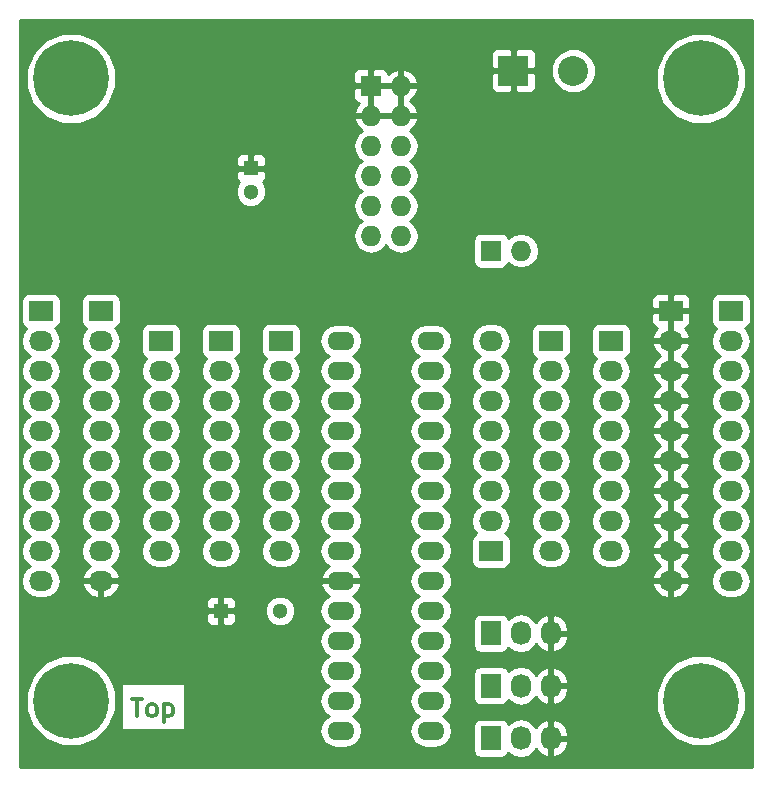
<source format=gbr>
G04 #@! TF.FileFunction,Copper,L1,Top,Signal*
%FSLAX46Y46*%
G04 Gerber Fmt 4.6, Leading zero omitted, Abs format (unit mm)*
G04 Created by KiCad (PCBNEW 4.0.2-stable) date 14/03/2016 9:10:46 PM*
%MOMM*%
G01*
G04 APERTURE LIST*
%ADD10C,0.100000*%
%ADD11C,0.300000*%
%ADD12O,2.300000X1.600000*%
%ADD13R,1.300000X1.300000*%
%ADD14C,1.300000*%
%ADD15R,1.727200X1.727200*%
%ADD16O,1.727200X1.727200*%
%ADD17R,1.727200X2.032000*%
%ADD18O,1.727200X2.032000*%
%ADD19R,2.032000X1.727200*%
%ADD20O,2.032000X1.727200*%
%ADD21C,6.400000*%
%ADD22R,2.540000X2.540000*%
%ADD23C,2.540000*%
%ADD24C,0.254000*%
G04 APERTURE END LIST*
D10*
D11*
X139819286Y-144593571D02*
X140676429Y-144593571D01*
X140247858Y-146093571D02*
X140247858Y-144593571D01*
X141390715Y-146093571D02*
X141247857Y-146022143D01*
X141176429Y-145950714D01*
X141105000Y-145807857D01*
X141105000Y-145379286D01*
X141176429Y-145236429D01*
X141247857Y-145165000D01*
X141390715Y-145093571D01*
X141605000Y-145093571D01*
X141747857Y-145165000D01*
X141819286Y-145236429D01*
X141890715Y-145379286D01*
X141890715Y-145807857D01*
X141819286Y-145950714D01*
X141747857Y-146022143D01*
X141605000Y-146093571D01*
X141390715Y-146093571D01*
X142533572Y-145093571D02*
X142533572Y-146593571D01*
X142533572Y-145165000D02*
X142676429Y-145093571D01*
X142962143Y-145093571D01*
X143105000Y-145165000D01*
X143176429Y-145236429D01*
X143247858Y-145379286D01*
X143247858Y-145807857D01*
X143176429Y-145950714D01*
X143105000Y-146022143D01*
X142962143Y-146093571D01*
X142676429Y-146093571D01*
X142533572Y-146022143D01*
D12*
X157480000Y-114300000D03*
X157480000Y-116840000D03*
X157480000Y-119380000D03*
X157480000Y-121920000D03*
X157480000Y-124460000D03*
X157480000Y-127000000D03*
X157480000Y-129540000D03*
X157480000Y-132080000D03*
X157480000Y-134620000D03*
X157480000Y-137160000D03*
X157480000Y-139700000D03*
X157480000Y-142240000D03*
X157480000Y-144780000D03*
X157480000Y-147320000D03*
X165100000Y-147320000D03*
X165100000Y-144780000D03*
X165100000Y-142240000D03*
X165100000Y-139700000D03*
X165100000Y-137160000D03*
X165100000Y-134620000D03*
X165100000Y-132080000D03*
X165100000Y-129540000D03*
X165100000Y-127000000D03*
X165100000Y-124460000D03*
X165100000Y-121920000D03*
X165100000Y-119380000D03*
X165100000Y-116840000D03*
X165100000Y-114300000D03*
D13*
X149860000Y-99695000D03*
D14*
X149860000Y-101695000D03*
D13*
X147320000Y-137160000D03*
D14*
X152320000Y-137160000D03*
D15*
X170180000Y-106680000D03*
D16*
X172720000Y-106680000D03*
D17*
X170180000Y-147955000D03*
D18*
X172720000Y-147955000D03*
X175260000Y-147955000D03*
D17*
X170180000Y-143510000D03*
D18*
X172720000Y-143510000D03*
X175260000Y-143510000D03*
D17*
X170180000Y-139065000D03*
D18*
X172720000Y-139065000D03*
X175260000Y-139065000D03*
D19*
X170180000Y-132080000D03*
D20*
X170180000Y-129540000D03*
X170180000Y-127000000D03*
X170180000Y-124460000D03*
X170180000Y-121920000D03*
X170180000Y-119380000D03*
X170180000Y-116840000D03*
X170180000Y-114300000D03*
D19*
X152400000Y-114300000D03*
D20*
X152400000Y-116840000D03*
X152400000Y-119380000D03*
X152400000Y-121920000D03*
X152400000Y-124460000D03*
X152400000Y-127000000D03*
X152400000Y-129540000D03*
X152400000Y-132080000D03*
D19*
X180340000Y-114300000D03*
D20*
X180340000Y-116840000D03*
X180340000Y-119380000D03*
X180340000Y-121920000D03*
X180340000Y-124460000D03*
X180340000Y-127000000D03*
X180340000Y-129540000D03*
X180340000Y-132080000D03*
D19*
X147320000Y-114300000D03*
D20*
X147320000Y-116840000D03*
X147320000Y-119380000D03*
X147320000Y-121920000D03*
X147320000Y-124460000D03*
X147320000Y-127000000D03*
X147320000Y-129540000D03*
X147320000Y-132080000D03*
D19*
X175260000Y-114300000D03*
D20*
X175260000Y-116840000D03*
X175260000Y-119380000D03*
X175260000Y-121920000D03*
X175260000Y-124460000D03*
X175260000Y-127000000D03*
X175260000Y-129540000D03*
X175260000Y-132080000D03*
D19*
X142240000Y-114300000D03*
D20*
X142240000Y-116840000D03*
X142240000Y-119380000D03*
X142240000Y-121920000D03*
X142240000Y-124460000D03*
X142240000Y-127000000D03*
X142240000Y-129540000D03*
X142240000Y-132080000D03*
D19*
X137160000Y-111760000D03*
D20*
X137160000Y-114300000D03*
X137160000Y-116840000D03*
X137160000Y-119380000D03*
X137160000Y-121920000D03*
X137160000Y-124460000D03*
X137160000Y-127000000D03*
X137160000Y-129540000D03*
X137160000Y-132080000D03*
X137160000Y-134620000D03*
D19*
X185420000Y-111760000D03*
D20*
X185420000Y-114300000D03*
X185420000Y-116840000D03*
X185420000Y-119380000D03*
X185420000Y-121920000D03*
X185420000Y-124460000D03*
X185420000Y-127000000D03*
X185420000Y-129540000D03*
X185420000Y-132080000D03*
X185420000Y-134620000D03*
D19*
X132080000Y-111760000D03*
D20*
X132080000Y-114300000D03*
X132080000Y-116840000D03*
X132080000Y-119380000D03*
X132080000Y-121920000D03*
X132080000Y-124460000D03*
X132080000Y-127000000D03*
X132080000Y-129540000D03*
X132080000Y-132080000D03*
X132080000Y-134620000D03*
D19*
X190500000Y-111760000D03*
D20*
X190500000Y-114300000D03*
X190500000Y-116840000D03*
X190500000Y-119380000D03*
X190500000Y-121920000D03*
X190500000Y-124460000D03*
X190500000Y-127000000D03*
X190500000Y-129540000D03*
X190500000Y-132080000D03*
X190500000Y-134620000D03*
D21*
X134620000Y-92075000D03*
X187960000Y-92075000D03*
X134620000Y-144780000D03*
X187960000Y-144780000D03*
D22*
X172085000Y-91440000D03*
D23*
X177165000Y-91440000D03*
D15*
X160020000Y-92710000D03*
D16*
X162560000Y-92710000D03*
X160020000Y-95250000D03*
X162560000Y-95250000D03*
X160020000Y-97790000D03*
X162560000Y-97790000D03*
X160020000Y-100330000D03*
X162560000Y-100330000D03*
X160020000Y-102870000D03*
X162560000Y-102870000D03*
X160020000Y-105410000D03*
X162560000Y-105410000D03*
D24*
G36*
X192278000Y-150368000D02*
X130302000Y-150368000D01*
X130302000Y-145539482D01*
X130784336Y-145539482D01*
X131366950Y-146949515D01*
X132444811Y-148029259D01*
X133853825Y-148614333D01*
X135379482Y-148615664D01*
X136789515Y-148033050D01*
X137869259Y-146955189D01*
X138454333Y-145546175D01*
X138455664Y-144020518D01*
X138149689Y-143280000D01*
X138891429Y-143280000D01*
X138891429Y-147250000D01*
X144318572Y-147250000D01*
X144318572Y-143280000D01*
X138891429Y-143280000D01*
X138149689Y-143280000D01*
X137873050Y-142610485D01*
X136795189Y-141530741D01*
X135386175Y-140945667D01*
X133860518Y-140944336D01*
X132450485Y-141526950D01*
X131370741Y-142604811D01*
X130785667Y-144013825D01*
X130784336Y-145539482D01*
X130302000Y-145539482D01*
X130302000Y-137445750D01*
X146035000Y-137445750D01*
X146035000Y-137936310D01*
X146131673Y-138169699D01*
X146310302Y-138348327D01*
X146543691Y-138445000D01*
X147034250Y-138445000D01*
X147193000Y-138286250D01*
X147193000Y-137287000D01*
X147447000Y-137287000D01*
X147447000Y-138286250D01*
X147605750Y-138445000D01*
X148096309Y-138445000D01*
X148329698Y-138348327D01*
X148508327Y-138169699D01*
X148605000Y-137936310D01*
X148605000Y-137445750D01*
X148573731Y-137414481D01*
X151034777Y-137414481D01*
X151229995Y-137886943D01*
X151591155Y-138248735D01*
X152063276Y-138444777D01*
X152574481Y-138445223D01*
X153046943Y-138250005D01*
X153408735Y-137888845D01*
X153604777Y-137416724D01*
X153605000Y-137160000D01*
X155660030Y-137160000D01*
X155769263Y-137709151D01*
X156080332Y-138174698D01*
X156462418Y-138430000D01*
X156080332Y-138685302D01*
X155769263Y-139150849D01*
X155660030Y-139700000D01*
X155769263Y-140249151D01*
X156080332Y-140714698D01*
X156462418Y-140970000D01*
X156080332Y-141225302D01*
X155769263Y-141690849D01*
X155660030Y-142240000D01*
X155769263Y-142789151D01*
X156080332Y-143254698D01*
X156462418Y-143510000D01*
X156080332Y-143765302D01*
X155769263Y-144230849D01*
X155660030Y-144780000D01*
X155769263Y-145329151D01*
X156080332Y-145794698D01*
X156462418Y-146050000D01*
X156080332Y-146305302D01*
X155769263Y-146770849D01*
X155660030Y-147320000D01*
X155769263Y-147869151D01*
X156080332Y-148334698D01*
X156545879Y-148645767D01*
X157095030Y-148755000D01*
X157864970Y-148755000D01*
X158414121Y-148645767D01*
X158879668Y-148334698D01*
X159190737Y-147869151D01*
X159299970Y-147320000D01*
X159190737Y-146770849D01*
X158879668Y-146305302D01*
X158497582Y-146050000D01*
X158879668Y-145794698D01*
X159190737Y-145329151D01*
X159299970Y-144780000D01*
X159190737Y-144230849D01*
X158879668Y-143765302D01*
X158497582Y-143510000D01*
X158879668Y-143254698D01*
X159190737Y-142789151D01*
X159299970Y-142240000D01*
X159190737Y-141690849D01*
X158879668Y-141225302D01*
X158497582Y-140970000D01*
X158879668Y-140714698D01*
X159190737Y-140249151D01*
X159299970Y-139700000D01*
X159190737Y-139150849D01*
X158879668Y-138685302D01*
X158497582Y-138430000D01*
X158879668Y-138174698D01*
X159190737Y-137709151D01*
X159299970Y-137160000D01*
X159190737Y-136610849D01*
X158879668Y-136145302D01*
X158501849Y-135892851D01*
X158934500Y-135544896D01*
X159204367Y-135051819D01*
X159221904Y-134969039D01*
X159099915Y-134747000D01*
X157607000Y-134747000D01*
X157607000Y-134767000D01*
X157353000Y-134767000D01*
X157353000Y-134747000D01*
X155860085Y-134747000D01*
X155738096Y-134969039D01*
X155755633Y-135051819D01*
X156025500Y-135544896D01*
X156458151Y-135892851D01*
X156080332Y-136145302D01*
X155769263Y-136610849D01*
X155660030Y-137160000D01*
X153605000Y-137160000D01*
X153605223Y-136905519D01*
X153410005Y-136433057D01*
X153048845Y-136071265D01*
X152576724Y-135875223D01*
X152065519Y-135874777D01*
X151593057Y-136069995D01*
X151231265Y-136431155D01*
X151035223Y-136903276D01*
X151034777Y-137414481D01*
X148573731Y-137414481D01*
X148446250Y-137287000D01*
X147447000Y-137287000D01*
X147193000Y-137287000D01*
X146193750Y-137287000D01*
X146035000Y-137445750D01*
X130302000Y-137445750D01*
X130302000Y-136383690D01*
X146035000Y-136383690D01*
X146035000Y-136874250D01*
X146193750Y-137033000D01*
X147193000Y-137033000D01*
X147193000Y-136033750D01*
X147447000Y-136033750D01*
X147447000Y-137033000D01*
X148446250Y-137033000D01*
X148605000Y-136874250D01*
X148605000Y-136383690D01*
X148508327Y-136150301D01*
X148329698Y-135971673D01*
X148096309Y-135875000D01*
X147605750Y-135875000D01*
X147447000Y-136033750D01*
X147193000Y-136033750D01*
X147034250Y-135875000D01*
X146543691Y-135875000D01*
X146310302Y-135971673D01*
X146131673Y-136150301D01*
X146035000Y-136383690D01*
X130302000Y-136383690D01*
X130302000Y-114300000D01*
X130396655Y-114300000D01*
X130510729Y-114873489D01*
X130835585Y-115359670D01*
X131150366Y-115570000D01*
X130835585Y-115780330D01*
X130510729Y-116266511D01*
X130396655Y-116840000D01*
X130510729Y-117413489D01*
X130835585Y-117899670D01*
X131150366Y-118110000D01*
X130835585Y-118320330D01*
X130510729Y-118806511D01*
X130396655Y-119380000D01*
X130510729Y-119953489D01*
X130835585Y-120439670D01*
X131150366Y-120650000D01*
X130835585Y-120860330D01*
X130510729Y-121346511D01*
X130396655Y-121920000D01*
X130510729Y-122493489D01*
X130835585Y-122979670D01*
X131150366Y-123190000D01*
X130835585Y-123400330D01*
X130510729Y-123886511D01*
X130396655Y-124460000D01*
X130510729Y-125033489D01*
X130835585Y-125519670D01*
X131150366Y-125730000D01*
X130835585Y-125940330D01*
X130510729Y-126426511D01*
X130396655Y-127000000D01*
X130510729Y-127573489D01*
X130835585Y-128059670D01*
X131150366Y-128270000D01*
X130835585Y-128480330D01*
X130510729Y-128966511D01*
X130396655Y-129540000D01*
X130510729Y-130113489D01*
X130835585Y-130599670D01*
X131150366Y-130810000D01*
X130835585Y-131020330D01*
X130510729Y-131506511D01*
X130396655Y-132080000D01*
X130510729Y-132653489D01*
X130835585Y-133139670D01*
X131150366Y-133350000D01*
X130835585Y-133560330D01*
X130510729Y-134046511D01*
X130396655Y-134620000D01*
X130510729Y-135193489D01*
X130835585Y-135679670D01*
X131321766Y-136004526D01*
X131895255Y-136118600D01*
X132264745Y-136118600D01*
X132838234Y-136004526D01*
X133324415Y-135679670D01*
X133649271Y-135193489D01*
X133691930Y-134979026D01*
X135552642Y-134979026D01*
X135555291Y-134994791D01*
X135809268Y-135522036D01*
X136245680Y-135911954D01*
X136798087Y-136105184D01*
X137033000Y-135960924D01*
X137033000Y-134747000D01*
X137287000Y-134747000D01*
X137287000Y-135960924D01*
X137521913Y-136105184D01*
X138074320Y-135911954D01*
X138510732Y-135522036D01*
X138764709Y-134994791D01*
X138767358Y-134979026D01*
X138646217Y-134747000D01*
X137287000Y-134747000D01*
X137033000Y-134747000D01*
X135673783Y-134747000D01*
X135552642Y-134979026D01*
X133691930Y-134979026D01*
X133763345Y-134620000D01*
X133649271Y-134046511D01*
X133324415Y-133560330D01*
X133009634Y-133350000D01*
X133324415Y-133139670D01*
X133649271Y-132653489D01*
X133763345Y-132080000D01*
X133649271Y-131506511D01*
X133324415Y-131020330D01*
X133009634Y-130810000D01*
X133324415Y-130599670D01*
X133649271Y-130113489D01*
X133763345Y-129540000D01*
X133649271Y-128966511D01*
X133324415Y-128480330D01*
X133009634Y-128270000D01*
X133324415Y-128059670D01*
X133649271Y-127573489D01*
X133763345Y-127000000D01*
X133649271Y-126426511D01*
X133324415Y-125940330D01*
X133009634Y-125730000D01*
X133324415Y-125519670D01*
X133649271Y-125033489D01*
X133763345Y-124460000D01*
X133649271Y-123886511D01*
X133324415Y-123400330D01*
X133009634Y-123190000D01*
X133324415Y-122979670D01*
X133649271Y-122493489D01*
X133763345Y-121920000D01*
X133649271Y-121346511D01*
X133324415Y-120860330D01*
X133009634Y-120650000D01*
X133324415Y-120439670D01*
X133649271Y-119953489D01*
X133763345Y-119380000D01*
X133649271Y-118806511D01*
X133324415Y-118320330D01*
X133009634Y-118110000D01*
X133324415Y-117899670D01*
X133649271Y-117413489D01*
X133763345Y-116840000D01*
X133649271Y-116266511D01*
X133324415Y-115780330D01*
X133009634Y-115570000D01*
X133324415Y-115359670D01*
X133649271Y-114873489D01*
X133763345Y-114300000D01*
X135476655Y-114300000D01*
X135590729Y-114873489D01*
X135915585Y-115359670D01*
X136230366Y-115570000D01*
X135915585Y-115780330D01*
X135590729Y-116266511D01*
X135476655Y-116840000D01*
X135590729Y-117413489D01*
X135915585Y-117899670D01*
X136230366Y-118110000D01*
X135915585Y-118320330D01*
X135590729Y-118806511D01*
X135476655Y-119380000D01*
X135590729Y-119953489D01*
X135915585Y-120439670D01*
X136230366Y-120650000D01*
X135915585Y-120860330D01*
X135590729Y-121346511D01*
X135476655Y-121920000D01*
X135590729Y-122493489D01*
X135915585Y-122979670D01*
X136230366Y-123190000D01*
X135915585Y-123400330D01*
X135590729Y-123886511D01*
X135476655Y-124460000D01*
X135590729Y-125033489D01*
X135915585Y-125519670D01*
X136230366Y-125730000D01*
X135915585Y-125940330D01*
X135590729Y-126426511D01*
X135476655Y-127000000D01*
X135590729Y-127573489D01*
X135915585Y-128059670D01*
X136230366Y-128270000D01*
X135915585Y-128480330D01*
X135590729Y-128966511D01*
X135476655Y-129540000D01*
X135590729Y-130113489D01*
X135915585Y-130599670D01*
X136230366Y-130810000D01*
X135915585Y-131020330D01*
X135590729Y-131506511D01*
X135476655Y-132080000D01*
X135590729Y-132653489D01*
X135915585Y-133139670D01*
X136225069Y-133346461D01*
X135809268Y-133717964D01*
X135555291Y-134245209D01*
X135552642Y-134260974D01*
X135673783Y-134493000D01*
X137033000Y-134493000D01*
X137033000Y-134473000D01*
X137287000Y-134473000D01*
X137287000Y-134493000D01*
X138646217Y-134493000D01*
X138767358Y-134260974D01*
X138764709Y-134245209D01*
X138510732Y-133717964D01*
X138094931Y-133346461D01*
X138404415Y-133139670D01*
X138729271Y-132653489D01*
X138843345Y-132080000D01*
X138729271Y-131506511D01*
X138404415Y-131020330D01*
X138089634Y-130810000D01*
X138404415Y-130599670D01*
X138729271Y-130113489D01*
X138843345Y-129540000D01*
X138729271Y-128966511D01*
X138404415Y-128480330D01*
X138089634Y-128270000D01*
X138404415Y-128059670D01*
X138729271Y-127573489D01*
X138843345Y-127000000D01*
X138729271Y-126426511D01*
X138404415Y-125940330D01*
X138089634Y-125730000D01*
X138404415Y-125519670D01*
X138729271Y-125033489D01*
X138843345Y-124460000D01*
X138729271Y-123886511D01*
X138404415Y-123400330D01*
X138089634Y-123190000D01*
X138404415Y-122979670D01*
X138729271Y-122493489D01*
X138843345Y-121920000D01*
X138729271Y-121346511D01*
X138404415Y-120860330D01*
X138089634Y-120650000D01*
X138404415Y-120439670D01*
X138729271Y-119953489D01*
X138843345Y-119380000D01*
X138729271Y-118806511D01*
X138404415Y-118320330D01*
X138089634Y-118110000D01*
X138404415Y-117899670D01*
X138729271Y-117413489D01*
X138843345Y-116840000D01*
X140556655Y-116840000D01*
X140670729Y-117413489D01*
X140995585Y-117899670D01*
X141310366Y-118110000D01*
X140995585Y-118320330D01*
X140670729Y-118806511D01*
X140556655Y-119380000D01*
X140670729Y-119953489D01*
X140995585Y-120439670D01*
X141310366Y-120650000D01*
X140995585Y-120860330D01*
X140670729Y-121346511D01*
X140556655Y-121920000D01*
X140670729Y-122493489D01*
X140995585Y-122979670D01*
X141310366Y-123190000D01*
X140995585Y-123400330D01*
X140670729Y-123886511D01*
X140556655Y-124460000D01*
X140670729Y-125033489D01*
X140995585Y-125519670D01*
X141310366Y-125730000D01*
X140995585Y-125940330D01*
X140670729Y-126426511D01*
X140556655Y-127000000D01*
X140670729Y-127573489D01*
X140995585Y-128059670D01*
X141310366Y-128270000D01*
X140995585Y-128480330D01*
X140670729Y-128966511D01*
X140556655Y-129540000D01*
X140670729Y-130113489D01*
X140995585Y-130599670D01*
X141310366Y-130810000D01*
X140995585Y-131020330D01*
X140670729Y-131506511D01*
X140556655Y-132080000D01*
X140670729Y-132653489D01*
X140995585Y-133139670D01*
X141481766Y-133464526D01*
X142055255Y-133578600D01*
X142424745Y-133578600D01*
X142998234Y-133464526D01*
X143484415Y-133139670D01*
X143809271Y-132653489D01*
X143923345Y-132080000D01*
X143809271Y-131506511D01*
X143484415Y-131020330D01*
X143169634Y-130810000D01*
X143484415Y-130599670D01*
X143809271Y-130113489D01*
X143923345Y-129540000D01*
X143809271Y-128966511D01*
X143484415Y-128480330D01*
X143169634Y-128270000D01*
X143484415Y-128059670D01*
X143809271Y-127573489D01*
X143923345Y-127000000D01*
X143809271Y-126426511D01*
X143484415Y-125940330D01*
X143169634Y-125730000D01*
X143484415Y-125519670D01*
X143809271Y-125033489D01*
X143923345Y-124460000D01*
X143809271Y-123886511D01*
X143484415Y-123400330D01*
X143169634Y-123190000D01*
X143484415Y-122979670D01*
X143809271Y-122493489D01*
X143923345Y-121920000D01*
X143809271Y-121346511D01*
X143484415Y-120860330D01*
X143169634Y-120650000D01*
X143484415Y-120439670D01*
X143809271Y-119953489D01*
X143923345Y-119380000D01*
X143809271Y-118806511D01*
X143484415Y-118320330D01*
X143169634Y-118110000D01*
X143484415Y-117899670D01*
X143809271Y-117413489D01*
X143923345Y-116840000D01*
X145636655Y-116840000D01*
X145750729Y-117413489D01*
X146075585Y-117899670D01*
X146390366Y-118110000D01*
X146075585Y-118320330D01*
X145750729Y-118806511D01*
X145636655Y-119380000D01*
X145750729Y-119953489D01*
X146075585Y-120439670D01*
X146390366Y-120650000D01*
X146075585Y-120860330D01*
X145750729Y-121346511D01*
X145636655Y-121920000D01*
X145750729Y-122493489D01*
X146075585Y-122979670D01*
X146390366Y-123190000D01*
X146075585Y-123400330D01*
X145750729Y-123886511D01*
X145636655Y-124460000D01*
X145750729Y-125033489D01*
X146075585Y-125519670D01*
X146390366Y-125730000D01*
X146075585Y-125940330D01*
X145750729Y-126426511D01*
X145636655Y-127000000D01*
X145750729Y-127573489D01*
X146075585Y-128059670D01*
X146390366Y-128270000D01*
X146075585Y-128480330D01*
X145750729Y-128966511D01*
X145636655Y-129540000D01*
X145750729Y-130113489D01*
X146075585Y-130599670D01*
X146390366Y-130810000D01*
X146075585Y-131020330D01*
X145750729Y-131506511D01*
X145636655Y-132080000D01*
X145750729Y-132653489D01*
X146075585Y-133139670D01*
X146561766Y-133464526D01*
X147135255Y-133578600D01*
X147504745Y-133578600D01*
X148078234Y-133464526D01*
X148564415Y-133139670D01*
X148889271Y-132653489D01*
X149003345Y-132080000D01*
X148889271Y-131506511D01*
X148564415Y-131020330D01*
X148249634Y-130810000D01*
X148564415Y-130599670D01*
X148889271Y-130113489D01*
X149003345Y-129540000D01*
X148889271Y-128966511D01*
X148564415Y-128480330D01*
X148249634Y-128270000D01*
X148564415Y-128059670D01*
X148889271Y-127573489D01*
X149003345Y-127000000D01*
X148889271Y-126426511D01*
X148564415Y-125940330D01*
X148249634Y-125730000D01*
X148564415Y-125519670D01*
X148889271Y-125033489D01*
X149003345Y-124460000D01*
X148889271Y-123886511D01*
X148564415Y-123400330D01*
X148249634Y-123190000D01*
X148564415Y-122979670D01*
X148889271Y-122493489D01*
X149003345Y-121920000D01*
X148889271Y-121346511D01*
X148564415Y-120860330D01*
X148249634Y-120650000D01*
X148564415Y-120439670D01*
X148889271Y-119953489D01*
X149003345Y-119380000D01*
X148889271Y-118806511D01*
X148564415Y-118320330D01*
X148249634Y-118110000D01*
X148564415Y-117899670D01*
X148889271Y-117413489D01*
X149003345Y-116840000D01*
X150716655Y-116840000D01*
X150830729Y-117413489D01*
X151155585Y-117899670D01*
X151470366Y-118110000D01*
X151155585Y-118320330D01*
X150830729Y-118806511D01*
X150716655Y-119380000D01*
X150830729Y-119953489D01*
X151155585Y-120439670D01*
X151470366Y-120650000D01*
X151155585Y-120860330D01*
X150830729Y-121346511D01*
X150716655Y-121920000D01*
X150830729Y-122493489D01*
X151155585Y-122979670D01*
X151470366Y-123190000D01*
X151155585Y-123400330D01*
X150830729Y-123886511D01*
X150716655Y-124460000D01*
X150830729Y-125033489D01*
X151155585Y-125519670D01*
X151470366Y-125730000D01*
X151155585Y-125940330D01*
X150830729Y-126426511D01*
X150716655Y-127000000D01*
X150830729Y-127573489D01*
X151155585Y-128059670D01*
X151470366Y-128270000D01*
X151155585Y-128480330D01*
X150830729Y-128966511D01*
X150716655Y-129540000D01*
X150830729Y-130113489D01*
X151155585Y-130599670D01*
X151470366Y-130810000D01*
X151155585Y-131020330D01*
X150830729Y-131506511D01*
X150716655Y-132080000D01*
X150830729Y-132653489D01*
X151155585Y-133139670D01*
X151641766Y-133464526D01*
X152215255Y-133578600D01*
X152584745Y-133578600D01*
X153158234Y-133464526D01*
X153644415Y-133139670D01*
X153969271Y-132653489D01*
X154083345Y-132080000D01*
X153969271Y-131506511D01*
X153644415Y-131020330D01*
X153329634Y-130810000D01*
X153644415Y-130599670D01*
X153969271Y-130113489D01*
X154083345Y-129540000D01*
X153969271Y-128966511D01*
X153644415Y-128480330D01*
X153329634Y-128270000D01*
X153644415Y-128059670D01*
X153969271Y-127573489D01*
X154083345Y-127000000D01*
X153969271Y-126426511D01*
X153644415Y-125940330D01*
X153329634Y-125730000D01*
X153644415Y-125519670D01*
X153969271Y-125033489D01*
X154083345Y-124460000D01*
X153969271Y-123886511D01*
X153644415Y-123400330D01*
X153329634Y-123190000D01*
X153644415Y-122979670D01*
X153969271Y-122493489D01*
X154083345Y-121920000D01*
X153969271Y-121346511D01*
X153644415Y-120860330D01*
X153329634Y-120650000D01*
X153644415Y-120439670D01*
X153969271Y-119953489D01*
X154083345Y-119380000D01*
X153969271Y-118806511D01*
X153644415Y-118320330D01*
X153329634Y-118110000D01*
X153644415Y-117899670D01*
X153969271Y-117413489D01*
X154083345Y-116840000D01*
X153969271Y-116266511D01*
X153644415Y-115780330D01*
X153630087Y-115770757D01*
X153651317Y-115766762D01*
X153867441Y-115627690D01*
X154012431Y-115415490D01*
X154063440Y-115163600D01*
X154063440Y-114300000D01*
X155660030Y-114300000D01*
X155769263Y-114849151D01*
X156080332Y-115314698D01*
X156462418Y-115570000D01*
X156080332Y-115825302D01*
X155769263Y-116290849D01*
X155660030Y-116840000D01*
X155769263Y-117389151D01*
X156080332Y-117854698D01*
X156462418Y-118110000D01*
X156080332Y-118365302D01*
X155769263Y-118830849D01*
X155660030Y-119380000D01*
X155769263Y-119929151D01*
X156080332Y-120394698D01*
X156462418Y-120650000D01*
X156080332Y-120905302D01*
X155769263Y-121370849D01*
X155660030Y-121920000D01*
X155769263Y-122469151D01*
X156080332Y-122934698D01*
X156462418Y-123190000D01*
X156080332Y-123445302D01*
X155769263Y-123910849D01*
X155660030Y-124460000D01*
X155769263Y-125009151D01*
X156080332Y-125474698D01*
X156462418Y-125730000D01*
X156080332Y-125985302D01*
X155769263Y-126450849D01*
X155660030Y-127000000D01*
X155769263Y-127549151D01*
X156080332Y-128014698D01*
X156462418Y-128270000D01*
X156080332Y-128525302D01*
X155769263Y-128990849D01*
X155660030Y-129540000D01*
X155769263Y-130089151D01*
X156080332Y-130554698D01*
X156462418Y-130810000D01*
X156080332Y-131065302D01*
X155769263Y-131530849D01*
X155660030Y-132080000D01*
X155769263Y-132629151D01*
X156080332Y-133094698D01*
X156458151Y-133347149D01*
X156025500Y-133695104D01*
X155755633Y-134188181D01*
X155738096Y-134270961D01*
X155860085Y-134493000D01*
X157353000Y-134493000D01*
X157353000Y-134473000D01*
X157607000Y-134473000D01*
X157607000Y-134493000D01*
X159099915Y-134493000D01*
X159221904Y-134270961D01*
X159204367Y-134188181D01*
X158934500Y-133695104D01*
X158501849Y-133347149D01*
X158879668Y-133094698D01*
X159190737Y-132629151D01*
X159299970Y-132080000D01*
X159190737Y-131530849D01*
X158879668Y-131065302D01*
X158497582Y-130810000D01*
X158879668Y-130554698D01*
X159190737Y-130089151D01*
X159299970Y-129540000D01*
X159190737Y-128990849D01*
X158879668Y-128525302D01*
X158497582Y-128270000D01*
X158879668Y-128014698D01*
X159190737Y-127549151D01*
X159299970Y-127000000D01*
X159190737Y-126450849D01*
X158879668Y-125985302D01*
X158497582Y-125730000D01*
X158879668Y-125474698D01*
X159190737Y-125009151D01*
X159299970Y-124460000D01*
X159190737Y-123910849D01*
X158879668Y-123445302D01*
X158497582Y-123190000D01*
X158879668Y-122934698D01*
X159190737Y-122469151D01*
X159299970Y-121920000D01*
X159190737Y-121370849D01*
X158879668Y-120905302D01*
X158497582Y-120650000D01*
X158879668Y-120394698D01*
X159190737Y-119929151D01*
X159299970Y-119380000D01*
X159190737Y-118830849D01*
X158879668Y-118365302D01*
X158497582Y-118110000D01*
X158879668Y-117854698D01*
X159190737Y-117389151D01*
X159299970Y-116840000D01*
X159190737Y-116290849D01*
X158879668Y-115825302D01*
X158497582Y-115570000D01*
X158879668Y-115314698D01*
X159190737Y-114849151D01*
X159299970Y-114300000D01*
X163280030Y-114300000D01*
X163389263Y-114849151D01*
X163700332Y-115314698D01*
X164082418Y-115570000D01*
X163700332Y-115825302D01*
X163389263Y-116290849D01*
X163280030Y-116840000D01*
X163389263Y-117389151D01*
X163700332Y-117854698D01*
X164082418Y-118110000D01*
X163700332Y-118365302D01*
X163389263Y-118830849D01*
X163280030Y-119380000D01*
X163389263Y-119929151D01*
X163700332Y-120394698D01*
X164082418Y-120650000D01*
X163700332Y-120905302D01*
X163389263Y-121370849D01*
X163280030Y-121920000D01*
X163389263Y-122469151D01*
X163700332Y-122934698D01*
X164082418Y-123190000D01*
X163700332Y-123445302D01*
X163389263Y-123910849D01*
X163280030Y-124460000D01*
X163389263Y-125009151D01*
X163700332Y-125474698D01*
X164082418Y-125730000D01*
X163700332Y-125985302D01*
X163389263Y-126450849D01*
X163280030Y-127000000D01*
X163389263Y-127549151D01*
X163700332Y-128014698D01*
X164082418Y-128270000D01*
X163700332Y-128525302D01*
X163389263Y-128990849D01*
X163280030Y-129540000D01*
X163389263Y-130089151D01*
X163700332Y-130554698D01*
X164082418Y-130810000D01*
X163700332Y-131065302D01*
X163389263Y-131530849D01*
X163280030Y-132080000D01*
X163389263Y-132629151D01*
X163700332Y-133094698D01*
X164082418Y-133350000D01*
X163700332Y-133605302D01*
X163389263Y-134070849D01*
X163280030Y-134620000D01*
X163389263Y-135169151D01*
X163700332Y-135634698D01*
X164082418Y-135890000D01*
X163700332Y-136145302D01*
X163389263Y-136610849D01*
X163280030Y-137160000D01*
X163389263Y-137709151D01*
X163700332Y-138174698D01*
X164082418Y-138430000D01*
X163700332Y-138685302D01*
X163389263Y-139150849D01*
X163280030Y-139700000D01*
X163389263Y-140249151D01*
X163700332Y-140714698D01*
X164082418Y-140970000D01*
X163700332Y-141225302D01*
X163389263Y-141690849D01*
X163280030Y-142240000D01*
X163389263Y-142789151D01*
X163700332Y-143254698D01*
X164082418Y-143510000D01*
X163700332Y-143765302D01*
X163389263Y-144230849D01*
X163280030Y-144780000D01*
X163389263Y-145329151D01*
X163700332Y-145794698D01*
X164082418Y-146050000D01*
X163700332Y-146305302D01*
X163389263Y-146770849D01*
X163280030Y-147320000D01*
X163389263Y-147869151D01*
X163700332Y-148334698D01*
X164165879Y-148645767D01*
X164715030Y-148755000D01*
X165484970Y-148755000D01*
X166034121Y-148645767D01*
X166499668Y-148334698D01*
X166810737Y-147869151D01*
X166919970Y-147320000D01*
X166844185Y-146939000D01*
X168668960Y-146939000D01*
X168668960Y-148971000D01*
X168713238Y-149206317D01*
X168852310Y-149422441D01*
X169064510Y-149567431D01*
X169316400Y-149618440D01*
X171043600Y-149618440D01*
X171278917Y-149574162D01*
X171495041Y-149435090D01*
X171640031Y-149222890D01*
X171648400Y-149181561D01*
X171660330Y-149199415D01*
X172146511Y-149524271D01*
X172720000Y-149638345D01*
X173293489Y-149524271D01*
X173779670Y-149199415D01*
X173986461Y-148889931D01*
X174357964Y-149305732D01*
X174885209Y-149559709D01*
X174900974Y-149562358D01*
X175133000Y-149441217D01*
X175133000Y-148082000D01*
X175387000Y-148082000D01*
X175387000Y-149441217D01*
X175619026Y-149562358D01*
X175634791Y-149559709D01*
X176162036Y-149305732D01*
X176551954Y-148869320D01*
X176745184Y-148316913D01*
X176600924Y-148082000D01*
X175387000Y-148082000D01*
X175133000Y-148082000D01*
X175113000Y-148082000D01*
X175113000Y-147828000D01*
X175133000Y-147828000D01*
X175133000Y-146468783D01*
X175387000Y-146468783D01*
X175387000Y-147828000D01*
X176600924Y-147828000D01*
X176745184Y-147593087D01*
X176551954Y-147040680D01*
X176162036Y-146604268D01*
X175634791Y-146350291D01*
X175619026Y-146347642D01*
X175387000Y-146468783D01*
X175133000Y-146468783D01*
X174900974Y-146347642D01*
X174885209Y-146350291D01*
X174357964Y-146604268D01*
X173986461Y-147020069D01*
X173779670Y-146710585D01*
X173293489Y-146385729D01*
X172720000Y-146271655D01*
X172146511Y-146385729D01*
X171660330Y-146710585D01*
X171650757Y-146724913D01*
X171646762Y-146703683D01*
X171507690Y-146487559D01*
X171295490Y-146342569D01*
X171043600Y-146291560D01*
X169316400Y-146291560D01*
X169081083Y-146335838D01*
X168864959Y-146474910D01*
X168719969Y-146687110D01*
X168668960Y-146939000D01*
X166844185Y-146939000D01*
X166810737Y-146770849D01*
X166499668Y-146305302D01*
X166117582Y-146050000D01*
X166499668Y-145794698D01*
X166670198Y-145539482D01*
X184124336Y-145539482D01*
X184706950Y-146949515D01*
X185784811Y-148029259D01*
X187193825Y-148614333D01*
X188719482Y-148615664D01*
X190129515Y-148033050D01*
X191209259Y-146955189D01*
X191794333Y-145546175D01*
X191795664Y-144020518D01*
X191213050Y-142610485D01*
X190135189Y-141530741D01*
X188726175Y-140945667D01*
X187200518Y-140944336D01*
X185790485Y-141526950D01*
X184710741Y-142604811D01*
X184125667Y-144013825D01*
X184124336Y-145539482D01*
X166670198Y-145539482D01*
X166810737Y-145329151D01*
X166919970Y-144780000D01*
X166810737Y-144230849D01*
X166499668Y-143765302D01*
X166117582Y-143510000D01*
X166499668Y-143254698D01*
X166810737Y-142789151D01*
X166869446Y-142494000D01*
X168668960Y-142494000D01*
X168668960Y-144526000D01*
X168713238Y-144761317D01*
X168852310Y-144977441D01*
X169064510Y-145122431D01*
X169316400Y-145173440D01*
X171043600Y-145173440D01*
X171278917Y-145129162D01*
X171495041Y-144990090D01*
X171640031Y-144777890D01*
X171648400Y-144736561D01*
X171660330Y-144754415D01*
X172146511Y-145079271D01*
X172720000Y-145193345D01*
X173293489Y-145079271D01*
X173779670Y-144754415D01*
X173986461Y-144444931D01*
X174357964Y-144860732D01*
X174885209Y-145114709D01*
X174900974Y-145117358D01*
X175133000Y-144996217D01*
X175133000Y-143637000D01*
X175387000Y-143637000D01*
X175387000Y-144996217D01*
X175619026Y-145117358D01*
X175634791Y-145114709D01*
X176162036Y-144860732D01*
X176551954Y-144424320D01*
X176745184Y-143871913D01*
X176600924Y-143637000D01*
X175387000Y-143637000D01*
X175133000Y-143637000D01*
X175113000Y-143637000D01*
X175113000Y-143383000D01*
X175133000Y-143383000D01*
X175133000Y-142023783D01*
X175387000Y-142023783D01*
X175387000Y-143383000D01*
X176600924Y-143383000D01*
X176745184Y-143148087D01*
X176551954Y-142595680D01*
X176162036Y-142159268D01*
X175634791Y-141905291D01*
X175619026Y-141902642D01*
X175387000Y-142023783D01*
X175133000Y-142023783D01*
X174900974Y-141902642D01*
X174885209Y-141905291D01*
X174357964Y-142159268D01*
X173986461Y-142575069D01*
X173779670Y-142265585D01*
X173293489Y-141940729D01*
X172720000Y-141826655D01*
X172146511Y-141940729D01*
X171660330Y-142265585D01*
X171650757Y-142279913D01*
X171646762Y-142258683D01*
X171507690Y-142042559D01*
X171295490Y-141897569D01*
X171043600Y-141846560D01*
X169316400Y-141846560D01*
X169081083Y-141890838D01*
X168864959Y-142029910D01*
X168719969Y-142242110D01*
X168668960Y-142494000D01*
X166869446Y-142494000D01*
X166919970Y-142240000D01*
X166810737Y-141690849D01*
X166499668Y-141225302D01*
X166117582Y-140970000D01*
X166499668Y-140714698D01*
X166810737Y-140249151D01*
X166919970Y-139700000D01*
X166810737Y-139150849D01*
X166499668Y-138685302D01*
X166117582Y-138430000D01*
X166499668Y-138174698D01*
X166583656Y-138049000D01*
X168668960Y-138049000D01*
X168668960Y-140081000D01*
X168713238Y-140316317D01*
X168852310Y-140532441D01*
X169064510Y-140677431D01*
X169316400Y-140728440D01*
X171043600Y-140728440D01*
X171278917Y-140684162D01*
X171495041Y-140545090D01*
X171640031Y-140332890D01*
X171648400Y-140291561D01*
X171660330Y-140309415D01*
X172146511Y-140634271D01*
X172720000Y-140748345D01*
X173293489Y-140634271D01*
X173779670Y-140309415D01*
X173986461Y-139999931D01*
X174357964Y-140415732D01*
X174885209Y-140669709D01*
X174900974Y-140672358D01*
X175133000Y-140551217D01*
X175133000Y-139192000D01*
X175387000Y-139192000D01*
X175387000Y-140551217D01*
X175619026Y-140672358D01*
X175634791Y-140669709D01*
X176162036Y-140415732D01*
X176551954Y-139979320D01*
X176745184Y-139426913D01*
X176600924Y-139192000D01*
X175387000Y-139192000D01*
X175133000Y-139192000D01*
X175113000Y-139192000D01*
X175113000Y-138938000D01*
X175133000Y-138938000D01*
X175133000Y-137578783D01*
X175387000Y-137578783D01*
X175387000Y-138938000D01*
X176600924Y-138938000D01*
X176745184Y-138703087D01*
X176551954Y-138150680D01*
X176162036Y-137714268D01*
X175634791Y-137460291D01*
X175619026Y-137457642D01*
X175387000Y-137578783D01*
X175133000Y-137578783D01*
X174900974Y-137457642D01*
X174885209Y-137460291D01*
X174357964Y-137714268D01*
X173986461Y-138130069D01*
X173779670Y-137820585D01*
X173293489Y-137495729D01*
X172720000Y-137381655D01*
X172146511Y-137495729D01*
X171660330Y-137820585D01*
X171650757Y-137834913D01*
X171646762Y-137813683D01*
X171507690Y-137597559D01*
X171295490Y-137452569D01*
X171043600Y-137401560D01*
X169316400Y-137401560D01*
X169081083Y-137445838D01*
X168864959Y-137584910D01*
X168719969Y-137797110D01*
X168668960Y-138049000D01*
X166583656Y-138049000D01*
X166810737Y-137709151D01*
X166919970Y-137160000D01*
X166810737Y-136610849D01*
X166499668Y-136145302D01*
X166117582Y-135890000D01*
X166499668Y-135634698D01*
X166810737Y-135169151D01*
X166848555Y-134979026D01*
X183812642Y-134979026D01*
X183815291Y-134994791D01*
X184069268Y-135522036D01*
X184505680Y-135911954D01*
X185058087Y-136105184D01*
X185293000Y-135960924D01*
X185293000Y-134747000D01*
X185547000Y-134747000D01*
X185547000Y-135960924D01*
X185781913Y-136105184D01*
X186334320Y-135911954D01*
X186770732Y-135522036D01*
X187024709Y-134994791D01*
X187027358Y-134979026D01*
X186906217Y-134747000D01*
X185547000Y-134747000D01*
X185293000Y-134747000D01*
X183933783Y-134747000D01*
X183812642Y-134979026D01*
X166848555Y-134979026D01*
X166919970Y-134620000D01*
X166810737Y-134070849D01*
X166499668Y-133605302D01*
X166117582Y-133350000D01*
X166499668Y-133094698D01*
X166810737Y-132629151D01*
X166919970Y-132080000D01*
X166810737Y-131530849D01*
X166499668Y-131065302D01*
X166117582Y-130810000D01*
X166499668Y-130554698D01*
X166810737Y-130089151D01*
X166919970Y-129540000D01*
X166810737Y-128990849D01*
X166499668Y-128525302D01*
X166117582Y-128270000D01*
X166499668Y-128014698D01*
X166810737Y-127549151D01*
X166919970Y-127000000D01*
X166810737Y-126450849D01*
X166499668Y-125985302D01*
X166117582Y-125730000D01*
X166499668Y-125474698D01*
X166810737Y-125009151D01*
X166919970Y-124460000D01*
X166810737Y-123910849D01*
X166499668Y-123445302D01*
X166117582Y-123190000D01*
X166499668Y-122934698D01*
X166810737Y-122469151D01*
X166919970Y-121920000D01*
X166810737Y-121370849D01*
X166499668Y-120905302D01*
X166117582Y-120650000D01*
X166499668Y-120394698D01*
X166810737Y-119929151D01*
X166919970Y-119380000D01*
X166810737Y-118830849D01*
X166499668Y-118365302D01*
X166117582Y-118110000D01*
X166499668Y-117854698D01*
X166810737Y-117389151D01*
X166919970Y-116840000D01*
X166810737Y-116290849D01*
X166499668Y-115825302D01*
X166117582Y-115570000D01*
X166499668Y-115314698D01*
X166810737Y-114849151D01*
X166919970Y-114300000D01*
X168496655Y-114300000D01*
X168610729Y-114873489D01*
X168935585Y-115359670D01*
X169250366Y-115570000D01*
X168935585Y-115780330D01*
X168610729Y-116266511D01*
X168496655Y-116840000D01*
X168610729Y-117413489D01*
X168935585Y-117899670D01*
X169250366Y-118110000D01*
X168935585Y-118320330D01*
X168610729Y-118806511D01*
X168496655Y-119380000D01*
X168610729Y-119953489D01*
X168935585Y-120439670D01*
X169250366Y-120650000D01*
X168935585Y-120860330D01*
X168610729Y-121346511D01*
X168496655Y-121920000D01*
X168610729Y-122493489D01*
X168935585Y-122979670D01*
X169250366Y-123190000D01*
X168935585Y-123400330D01*
X168610729Y-123886511D01*
X168496655Y-124460000D01*
X168610729Y-125033489D01*
X168935585Y-125519670D01*
X169250366Y-125730000D01*
X168935585Y-125940330D01*
X168610729Y-126426511D01*
X168496655Y-127000000D01*
X168610729Y-127573489D01*
X168935585Y-128059670D01*
X169250366Y-128270000D01*
X168935585Y-128480330D01*
X168610729Y-128966511D01*
X168496655Y-129540000D01*
X168610729Y-130113489D01*
X168935585Y-130599670D01*
X168949913Y-130609243D01*
X168928683Y-130613238D01*
X168712559Y-130752310D01*
X168567569Y-130964510D01*
X168516560Y-131216400D01*
X168516560Y-132943600D01*
X168560838Y-133178917D01*
X168699910Y-133395041D01*
X168912110Y-133540031D01*
X169164000Y-133591040D01*
X171196000Y-133591040D01*
X171431317Y-133546762D01*
X171647441Y-133407690D01*
X171792431Y-133195490D01*
X171843440Y-132943600D01*
X171843440Y-131216400D01*
X171799162Y-130981083D01*
X171660090Y-130764959D01*
X171447890Y-130619969D01*
X171406561Y-130611600D01*
X171424415Y-130599670D01*
X171749271Y-130113489D01*
X171863345Y-129540000D01*
X171749271Y-128966511D01*
X171424415Y-128480330D01*
X171109634Y-128270000D01*
X171424415Y-128059670D01*
X171749271Y-127573489D01*
X171863345Y-127000000D01*
X171749271Y-126426511D01*
X171424415Y-125940330D01*
X171109634Y-125730000D01*
X171424415Y-125519670D01*
X171749271Y-125033489D01*
X171863345Y-124460000D01*
X171749271Y-123886511D01*
X171424415Y-123400330D01*
X171109634Y-123190000D01*
X171424415Y-122979670D01*
X171749271Y-122493489D01*
X171863345Y-121920000D01*
X171749271Y-121346511D01*
X171424415Y-120860330D01*
X171109634Y-120650000D01*
X171424415Y-120439670D01*
X171749271Y-119953489D01*
X171863345Y-119380000D01*
X171749271Y-118806511D01*
X171424415Y-118320330D01*
X171109634Y-118110000D01*
X171424415Y-117899670D01*
X171749271Y-117413489D01*
X171863345Y-116840000D01*
X173576655Y-116840000D01*
X173690729Y-117413489D01*
X174015585Y-117899670D01*
X174330366Y-118110000D01*
X174015585Y-118320330D01*
X173690729Y-118806511D01*
X173576655Y-119380000D01*
X173690729Y-119953489D01*
X174015585Y-120439670D01*
X174330366Y-120650000D01*
X174015585Y-120860330D01*
X173690729Y-121346511D01*
X173576655Y-121920000D01*
X173690729Y-122493489D01*
X174015585Y-122979670D01*
X174330366Y-123190000D01*
X174015585Y-123400330D01*
X173690729Y-123886511D01*
X173576655Y-124460000D01*
X173690729Y-125033489D01*
X174015585Y-125519670D01*
X174330366Y-125730000D01*
X174015585Y-125940330D01*
X173690729Y-126426511D01*
X173576655Y-127000000D01*
X173690729Y-127573489D01*
X174015585Y-128059670D01*
X174330366Y-128270000D01*
X174015585Y-128480330D01*
X173690729Y-128966511D01*
X173576655Y-129540000D01*
X173690729Y-130113489D01*
X174015585Y-130599670D01*
X174330366Y-130810000D01*
X174015585Y-131020330D01*
X173690729Y-131506511D01*
X173576655Y-132080000D01*
X173690729Y-132653489D01*
X174015585Y-133139670D01*
X174501766Y-133464526D01*
X175075255Y-133578600D01*
X175444745Y-133578600D01*
X176018234Y-133464526D01*
X176504415Y-133139670D01*
X176829271Y-132653489D01*
X176943345Y-132080000D01*
X176829271Y-131506511D01*
X176504415Y-131020330D01*
X176189634Y-130810000D01*
X176504415Y-130599670D01*
X176829271Y-130113489D01*
X176943345Y-129540000D01*
X176829271Y-128966511D01*
X176504415Y-128480330D01*
X176189634Y-128270000D01*
X176504415Y-128059670D01*
X176829271Y-127573489D01*
X176943345Y-127000000D01*
X176829271Y-126426511D01*
X176504415Y-125940330D01*
X176189634Y-125730000D01*
X176504415Y-125519670D01*
X176829271Y-125033489D01*
X176943345Y-124460000D01*
X176829271Y-123886511D01*
X176504415Y-123400330D01*
X176189634Y-123190000D01*
X176504415Y-122979670D01*
X176829271Y-122493489D01*
X176943345Y-121920000D01*
X176829271Y-121346511D01*
X176504415Y-120860330D01*
X176189634Y-120650000D01*
X176504415Y-120439670D01*
X176829271Y-119953489D01*
X176943345Y-119380000D01*
X176829271Y-118806511D01*
X176504415Y-118320330D01*
X176189634Y-118110000D01*
X176504415Y-117899670D01*
X176829271Y-117413489D01*
X176943345Y-116840000D01*
X178656655Y-116840000D01*
X178770729Y-117413489D01*
X179095585Y-117899670D01*
X179410366Y-118110000D01*
X179095585Y-118320330D01*
X178770729Y-118806511D01*
X178656655Y-119380000D01*
X178770729Y-119953489D01*
X179095585Y-120439670D01*
X179410366Y-120650000D01*
X179095585Y-120860330D01*
X178770729Y-121346511D01*
X178656655Y-121920000D01*
X178770729Y-122493489D01*
X179095585Y-122979670D01*
X179410366Y-123190000D01*
X179095585Y-123400330D01*
X178770729Y-123886511D01*
X178656655Y-124460000D01*
X178770729Y-125033489D01*
X179095585Y-125519670D01*
X179410366Y-125730000D01*
X179095585Y-125940330D01*
X178770729Y-126426511D01*
X178656655Y-127000000D01*
X178770729Y-127573489D01*
X179095585Y-128059670D01*
X179410366Y-128270000D01*
X179095585Y-128480330D01*
X178770729Y-128966511D01*
X178656655Y-129540000D01*
X178770729Y-130113489D01*
X179095585Y-130599670D01*
X179410366Y-130810000D01*
X179095585Y-131020330D01*
X178770729Y-131506511D01*
X178656655Y-132080000D01*
X178770729Y-132653489D01*
X179095585Y-133139670D01*
X179581766Y-133464526D01*
X180155255Y-133578600D01*
X180524745Y-133578600D01*
X181098234Y-133464526D01*
X181584415Y-133139670D01*
X181909271Y-132653489D01*
X181951930Y-132439026D01*
X183812642Y-132439026D01*
X183815291Y-132454791D01*
X184069268Y-132982036D01*
X184481108Y-133350000D01*
X184069268Y-133717964D01*
X183815291Y-134245209D01*
X183812642Y-134260974D01*
X183933783Y-134493000D01*
X185293000Y-134493000D01*
X185293000Y-132207000D01*
X185547000Y-132207000D01*
X185547000Y-134493000D01*
X186906217Y-134493000D01*
X187027358Y-134260974D01*
X187024709Y-134245209D01*
X186770732Y-133717964D01*
X186358892Y-133350000D01*
X186770732Y-132982036D01*
X187024709Y-132454791D01*
X187027358Y-132439026D01*
X186906217Y-132207000D01*
X185547000Y-132207000D01*
X185293000Y-132207000D01*
X183933783Y-132207000D01*
X183812642Y-132439026D01*
X181951930Y-132439026D01*
X182023345Y-132080000D01*
X181909271Y-131506511D01*
X181584415Y-131020330D01*
X181269634Y-130810000D01*
X181584415Y-130599670D01*
X181909271Y-130113489D01*
X181951930Y-129899026D01*
X183812642Y-129899026D01*
X183815291Y-129914791D01*
X184069268Y-130442036D01*
X184481108Y-130810000D01*
X184069268Y-131177964D01*
X183815291Y-131705209D01*
X183812642Y-131720974D01*
X183933783Y-131953000D01*
X185293000Y-131953000D01*
X185293000Y-129667000D01*
X185547000Y-129667000D01*
X185547000Y-131953000D01*
X186906217Y-131953000D01*
X187027358Y-131720974D01*
X187024709Y-131705209D01*
X186770732Y-131177964D01*
X186358892Y-130810000D01*
X186770732Y-130442036D01*
X187024709Y-129914791D01*
X187027358Y-129899026D01*
X186906217Y-129667000D01*
X185547000Y-129667000D01*
X185293000Y-129667000D01*
X183933783Y-129667000D01*
X183812642Y-129899026D01*
X181951930Y-129899026D01*
X182023345Y-129540000D01*
X181909271Y-128966511D01*
X181584415Y-128480330D01*
X181269634Y-128270000D01*
X181584415Y-128059670D01*
X181909271Y-127573489D01*
X181951930Y-127359026D01*
X183812642Y-127359026D01*
X183815291Y-127374791D01*
X184069268Y-127902036D01*
X184481108Y-128270000D01*
X184069268Y-128637964D01*
X183815291Y-129165209D01*
X183812642Y-129180974D01*
X183933783Y-129413000D01*
X185293000Y-129413000D01*
X185293000Y-127127000D01*
X185547000Y-127127000D01*
X185547000Y-129413000D01*
X186906217Y-129413000D01*
X187027358Y-129180974D01*
X187024709Y-129165209D01*
X186770732Y-128637964D01*
X186358892Y-128270000D01*
X186770732Y-127902036D01*
X187024709Y-127374791D01*
X187027358Y-127359026D01*
X186906217Y-127127000D01*
X185547000Y-127127000D01*
X185293000Y-127127000D01*
X183933783Y-127127000D01*
X183812642Y-127359026D01*
X181951930Y-127359026D01*
X182023345Y-127000000D01*
X181909271Y-126426511D01*
X181584415Y-125940330D01*
X181269634Y-125730000D01*
X181584415Y-125519670D01*
X181909271Y-125033489D01*
X181951930Y-124819026D01*
X183812642Y-124819026D01*
X183815291Y-124834791D01*
X184069268Y-125362036D01*
X184481108Y-125730000D01*
X184069268Y-126097964D01*
X183815291Y-126625209D01*
X183812642Y-126640974D01*
X183933783Y-126873000D01*
X185293000Y-126873000D01*
X185293000Y-124587000D01*
X185547000Y-124587000D01*
X185547000Y-126873000D01*
X186906217Y-126873000D01*
X187027358Y-126640974D01*
X187024709Y-126625209D01*
X186770732Y-126097964D01*
X186358892Y-125730000D01*
X186770732Y-125362036D01*
X187024709Y-124834791D01*
X187027358Y-124819026D01*
X186906217Y-124587000D01*
X185547000Y-124587000D01*
X185293000Y-124587000D01*
X183933783Y-124587000D01*
X183812642Y-124819026D01*
X181951930Y-124819026D01*
X182023345Y-124460000D01*
X181909271Y-123886511D01*
X181584415Y-123400330D01*
X181269634Y-123190000D01*
X181584415Y-122979670D01*
X181909271Y-122493489D01*
X181951930Y-122279026D01*
X183812642Y-122279026D01*
X183815291Y-122294791D01*
X184069268Y-122822036D01*
X184481108Y-123190000D01*
X184069268Y-123557964D01*
X183815291Y-124085209D01*
X183812642Y-124100974D01*
X183933783Y-124333000D01*
X185293000Y-124333000D01*
X185293000Y-122047000D01*
X185547000Y-122047000D01*
X185547000Y-124333000D01*
X186906217Y-124333000D01*
X187027358Y-124100974D01*
X187024709Y-124085209D01*
X186770732Y-123557964D01*
X186358892Y-123190000D01*
X186770732Y-122822036D01*
X187024709Y-122294791D01*
X187027358Y-122279026D01*
X186906217Y-122047000D01*
X185547000Y-122047000D01*
X185293000Y-122047000D01*
X183933783Y-122047000D01*
X183812642Y-122279026D01*
X181951930Y-122279026D01*
X182023345Y-121920000D01*
X181909271Y-121346511D01*
X181584415Y-120860330D01*
X181269634Y-120650000D01*
X181584415Y-120439670D01*
X181909271Y-119953489D01*
X181951930Y-119739026D01*
X183812642Y-119739026D01*
X183815291Y-119754791D01*
X184069268Y-120282036D01*
X184481108Y-120650000D01*
X184069268Y-121017964D01*
X183815291Y-121545209D01*
X183812642Y-121560974D01*
X183933783Y-121793000D01*
X185293000Y-121793000D01*
X185293000Y-119507000D01*
X185547000Y-119507000D01*
X185547000Y-121793000D01*
X186906217Y-121793000D01*
X187027358Y-121560974D01*
X187024709Y-121545209D01*
X186770732Y-121017964D01*
X186358892Y-120650000D01*
X186770732Y-120282036D01*
X187024709Y-119754791D01*
X187027358Y-119739026D01*
X186906217Y-119507000D01*
X185547000Y-119507000D01*
X185293000Y-119507000D01*
X183933783Y-119507000D01*
X183812642Y-119739026D01*
X181951930Y-119739026D01*
X182023345Y-119380000D01*
X181909271Y-118806511D01*
X181584415Y-118320330D01*
X181269634Y-118110000D01*
X181584415Y-117899670D01*
X181909271Y-117413489D01*
X181951930Y-117199026D01*
X183812642Y-117199026D01*
X183815291Y-117214791D01*
X184069268Y-117742036D01*
X184481108Y-118110000D01*
X184069268Y-118477964D01*
X183815291Y-119005209D01*
X183812642Y-119020974D01*
X183933783Y-119253000D01*
X185293000Y-119253000D01*
X185293000Y-116967000D01*
X185547000Y-116967000D01*
X185547000Y-119253000D01*
X186906217Y-119253000D01*
X187027358Y-119020974D01*
X187024709Y-119005209D01*
X186770732Y-118477964D01*
X186358892Y-118110000D01*
X186770732Y-117742036D01*
X187024709Y-117214791D01*
X187027358Y-117199026D01*
X186906217Y-116967000D01*
X185547000Y-116967000D01*
X185293000Y-116967000D01*
X183933783Y-116967000D01*
X183812642Y-117199026D01*
X181951930Y-117199026D01*
X182023345Y-116840000D01*
X181909271Y-116266511D01*
X181584415Y-115780330D01*
X181570087Y-115770757D01*
X181591317Y-115766762D01*
X181807441Y-115627690D01*
X181952431Y-115415490D01*
X182003440Y-115163600D01*
X182003440Y-114659026D01*
X183812642Y-114659026D01*
X183815291Y-114674791D01*
X184069268Y-115202036D01*
X184481108Y-115570000D01*
X184069268Y-115937964D01*
X183815291Y-116465209D01*
X183812642Y-116480974D01*
X183933783Y-116713000D01*
X185293000Y-116713000D01*
X185293000Y-114427000D01*
X185547000Y-114427000D01*
X185547000Y-116713000D01*
X186906217Y-116713000D01*
X187027358Y-116480974D01*
X187024709Y-116465209D01*
X186770732Y-115937964D01*
X186358892Y-115570000D01*
X186770732Y-115202036D01*
X187024709Y-114674791D01*
X187027358Y-114659026D01*
X186906217Y-114427000D01*
X185547000Y-114427000D01*
X185293000Y-114427000D01*
X183933783Y-114427000D01*
X183812642Y-114659026D01*
X182003440Y-114659026D01*
X182003440Y-114300000D01*
X188816655Y-114300000D01*
X188930729Y-114873489D01*
X189255585Y-115359670D01*
X189570366Y-115570000D01*
X189255585Y-115780330D01*
X188930729Y-116266511D01*
X188816655Y-116840000D01*
X188930729Y-117413489D01*
X189255585Y-117899670D01*
X189570366Y-118110000D01*
X189255585Y-118320330D01*
X188930729Y-118806511D01*
X188816655Y-119380000D01*
X188930729Y-119953489D01*
X189255585Y-120439670D01*
X189570366Y-120650000D01*
X189255585Y-120860330D01*
X188930729Y-121346511D01*
X188816655Y-121920000D01*
X188930729Y-122493489D01*
X189255585Y-122979670D01*
X189570366Y-123190000D01*
X189255585Y-123400330D01*
X188930729Y-123886511D01*
X188816655Y-124460000D01*
X188930729Y-125033489D01*
X189255585Y-125519670D01*
X189570366Y-125730000D01*
X189255585Y-125940330D01*
X188930729Y-126426511D01*
X188816655Y-127000000D01*
X188930729Y-127573489D01*
X189255585Y-128059670D01*
X189570366Y-128270000D01*
X189255585Y-128480330D01*
X188930729Y-128966511D01*
X188816655Y-129540000D01*
X188930729Y-130113489D01*
X189255585Y-130599670D01*
X189570366Y-130810000D01*
X189255585Y-131020330D01*
X188930729Y-131506511D01*
X188816655Y-132080000D01*
X188930729Y-132653489D01*
X189255585Y-133139670D01*
X189570366Y-133350000D01*
X189255585Y-133560330D01*
X188930729Y-134046511D01*
X188816655Y-134620000D01*
X188930729Y-135193489D01*
X189255585Y-135679670D01*
X189741766Y-136004526D01*
X190315255Y-136118600D01*
X190684745Y-136118600D01*
X191258234Y-136004526D01*
X191744415Y-135679670D01*
X192069271Y-135193489D01*
X192183345Y-134620000D01*
X192069271Y-134046511D01*
X191744415Y-133560330D01*
X191429634Y-133350000D01*
X191744415Y-133139670D01*
X192069271Y-132653489D01*
X192183345Y-132080000D01*
X192069271Y-131506511D01*
X191744415Y-131020330D01*
X191429634Y-130810000D01*
X191744415Y-130599670D01*
X192069271Y-130113489D01*
X192183345Y-129540000D01*
X192069271Y-128966511D01*
X191744415Y-128480330D01*
X191429634Y-128270000D01*
X191744415Y-128059670D01*
X192069271Y-127573489D01*
X192183345Y-127000000D01*
X192069271Y-126426511D01*
X191744415Y-125940330D01*
X191429634Y-125730000D01*
X191744415Y-125519670D01*
X192069271Y-125033489D01*
X192183345Y-124460000D01*
X192069271Y-123886511D01*
X191744415Y-123400330D01*
X191429634Y-123190000D01*
X191744415Y-122979670D01*
X192069271Y-122493489D01*
X192183345Y-121920000D01*
X192069271Y-121346511D01*
X191744415Y-120860330D01*
X191429634Y-120650000D01*
X191744415Y-120439670D01*
X192069271Y-119953489D01*
X192183345Y-119380000D01*
X192069271Y-118806511D01*
X191744415Y-118320330D01*
X191429634Y-118110000D01*
X191744415Y-117899670D01*
X192069271Y-117413489D01*
X192183345Y-116840000D01*
X192069271Y-116266511D01*
X191744415Y-115780330D01*
X191429634Y-115570000D01*
X191744415Y-115359670D01*
X192069271Y-114873489D01*
X192183345Y-114300000D01*
X192069271Y-113726511D01*
X191744415Y-113240330D01*
X191730087Y-113230757D01*
X191751317Y-113226762D01*
X191967441Y-113087690D01*
X192112431Y-112875490D01*
X192163440Y-112623600D01*
X192163440Y-110896400D01*
X192119162Y-110661083D01*
X191980090Y-110444959D01*
X191767890Y-110299969D01*
X191516000Y-110248960D01*
X189484000Y-110248960D01*
X189248683Y-110293238D01*
X189032559Y-110432310D01*
X188887569Y-110644510D01*
X188836560Y-110896400D01*
X188836560Y-112623600D01*
X188880838Y-112858917D01*
X189019910Y-113075041D01*
X189232110Y-113220031D01*
X189273439Y-113228400D01*
X189255585Y-113240330D01*
X188930729Y-113726511D01*
X188816655Y-114300000D01*
X182003440Y-114300000D01*
X182003440Y-113436400D01*
X181959162Y-113201083D01*
X181820090Y-112984959D01*
X181607890Y-112839969D01*
X181356000Y-112788960D01*
X179324000Y-112788960D01*
X179088683Y-112833238D01*
X178872559Y-112972310D01*
X178727569Y-113184510D01*
X178676560Y-113436400D01*
X178676560Y-115163600D01*
X178720838Y-115398917D01*
X178859910Y-115615041D01*
X179072110Y-115760031D01*
X179113439Y-115768400D01*
X179095585Y-115780330D01*
X178770729Y-116266511D01*
X178656655Y-116840000D01*
X176943345Y-116840000D01*
X176829271Y-116266511D01*
X176504415Y-115780330D01*
X176490087Y-115770757D01*
X176511317Y-115766762D01*
X176727441Y-115627690D01*
X176872431Y-115415490D01*
X176923440Y-115163600D01*
X176923440Y-113436400D01*
X176879162Y-113201083D01*
X176740090Y-112984959D01*
X176527890Y-112839969D01*
X176276000Y-112788960D01*
X174244000Y-112788960D01*
X174008683Y-112833238D01*
X173792559Y-112972310D01*
X173647569Y-113184510D01*
X173596560Y-113436400D01*
X173596560Y-115163600D01*
X173640838Y-115398917D01*
X173779910Y-115615041D01*
X173992110Y-115760031D01*
X174033439Y-115768400D01*
X174015585Y-115780330D01*
X173690729Y-116266511D01*
X173576655Y-116840000D01*
X171863345Y-116840000D01*
X171749271Y-116266511D01*
X171424415Y-115780330D01*
X171109634Y-115570000D01*
X171424415Y-115359670D01*
X171749271Y-114873489D01*
X171863345Y-114300000D01*
X171749271Y-113726511D01*
X171424415Y-113240330D01*
X170938234Y-112915474D01*
X170364745Y-112801400D01*
X169995255Y-112801400D01*
X169421766Y-112915474D01*
X168935585Y-113240330D01*
X168610729Y-113726511D01*
X168496655Y-114300000D01*
X166919970Y-114300000D01*
X166810737Y-113750849D01*
X166499668Y-113285302D01*
X166034121Y-112974233D01*
X165484970Y-112865000D01*
X164715030Y-112865000D01*
X164165879Y-112974233D01*
X163700332Y-113285302D01*
X163389263Y-113750849D01*
X163280030Y-114300000D01*
X159299970Y-114300000D01*
X159190737Y-113750849D01*
X158879668Y-113285302D01*
X158414121Y-112974233D01*
X157864970Y-112865000D01*
X157095030Y-112865000D01*
X156545879Y-112974233D01*
X156080332Y-113285302D01*
X155769263Y-113750849D01*
X155660030Y-114300000D01*
X154063440Y-114300000D01*
X154063440Y-113436400D01*
X154019162Y-113201083D01*
X153880090Y-112984959D01*
X153667890Y-112839969D01*
X153416000Y-112788960D01*
X151384000Y-112788960D01*
X151148683Y-112833238D01*
X150932559Y-112972310D01*
X150787569Y-113184510D01*
X150736560Y-113436400D01*
X150736560Y-115163600D01*
X150780838Y-115398917D01*
X150919910Y-115615041D01*
X151132110Y-115760031D01*
X151173439Y-115768400D01*
X151155585Y-115780330D01*
X150830729Y-116266511D01*
X150716655Y-116840000D01*
X149003345Y-116840000D01*
X148889271Y-116266511D01*
X148564415Y-115780330D01*
X148550087Y-115770757D01*
X148571317Y-115766762D01*
X148787441Y-115627690D01*
X148932431Y-115415490D01*
X148983440Y-115163600D01*
X148983440Y-113436400D01*
X148939162Y-113201083D01*
X148800090Y-112984959D01*
X148587890Y-112839969D01*
X148336000Y-112788960D01*
X146304000Y-112788960D01*
X146068683Y-112833238D01*
X145852559Y-112972310D01*
X145707569Y-113184510D01*
X145656560Y-113436400D01*
X145656560Y-115163600D01*
X145700838Y-115398917D01*
X145839910Y-115615041D01*
X146052110Y-115760031D01*
X146093439Y-115768400D01*
X146075585Y-115780330D01*
X145750729Y-116266511D01*
X145636655Y-116840000D01*
X143923345Y-116840000D01*
X143809271Y-116266511D01*
X143484415Y-115780330D01*
X143470087Y-115770757D01*
X143491317Y-115766762D01*
X143707441Y-115627690D01*
X143852431Y-115415490D01*
X143903440Y-115163600D01*
X143903440Y-113436400D01*
X143859162Y-113201083D01*
X143720090Y-112984959D01*
X143507890Y-112839969D01*
X143256000Y-112788960D01*
X141224000Y-112788960D01*
X140988683Y-112833238D01*
X140772559Y-112972310D01*
X140627569Y-113184510D01*
X140576560Y-113436400D01*
X140576560Y-115163600D01*
X140620838Y-115398917D01*
X140759910Y-115615041D01*
X140972110Y-115760031D01*
X141013439Y-115768400D01*
X140995585Y-115780330D01*
X140670729Y-116266511D01*
X140556655Y-116840000D01*
X138843345Y-116840000D01*
X138729271Y-116266511D01*
X138404415Y-115780330D01*
X138089634Y-115570000D01*
X138404415Y-115359670D01*
X138729271Y-114873489D01*
X138843345Y-114300000D01*
X138729271Y-113726511D01*
X138404415Y-113240330D01*
X138390087Y-113230757D01*
X138411317Y-113226762D01*
X138627441Y-113087690D01*
X138772431Y-112875490D01*
X138823440Y-112623600D01*
X138823440Y-112045750D01*
X183769000Y-112045750D01*
X183769000Y-112749910D01*
X183865673Y-112983299D01*
X184044302Y-113161927D01*
X184241861Y-113243759D01*
X184069268Y-113397964D01*
X183815291Y-113925209D01*
X183812642Y-113940974D01*
X183933783Y-114173000D01*
X185293000Y-114173000D01*
X185293000Y-111887000D01*
X185547000Y-111887000D01*
X185547000Y-114173000D01*
X186906217Y-114173000D01*
X187027358Y-113940974D01*
X187024709Y-113925209D01*
X186770732Y-113397964D01*
X186598139Y-113243759D01*
X186795698Y-113161927D01*
X186974327Y-112983299D01*
X187071000Y-112749910D01*
X187071000Y-112045750D01*
X186912250Y-111887000D01*
X185547000Y-111887000D01*
X185293000Y-111887000D01*
X183927750Y-111887000D01*
X183769000Y-112045750D01*
X138823440Y-112045750D01*
X138823440Y-110896400D01*
X138799674Y-110770090D01*
X183769000Y-110770090D01*
X183769000Y-111474250D01*
X183927750Y-111633000D01*
X185293000Y-111633000D01*
X185293000Y-110420150D01*
X185547000Y-110420150D01*
X185547000Y-111633000D01*
X186912250Y-111633000D01*
X187071000Y-111474250D01*
X187071000Y-110770090D01*
X186974327Y-110536701D01*
X186795698Y-110358073D01*
X186562309Y-110261400D01*
X185705750Y-110261400D01*
X185547000Y-110420150D01*
X185293000Y-110420150D01*
X185134250Y-110261400D01*
X184277691Y-110261400D01*
X184044302Y-110358073D01*
X183865673Y-110536701D01*
X183769000Y-110770090D01*
X138799674Y-110770090D01*
X138779162Y-110661083D01*
X138640090Y-110444959D01*
X138427890Y-110299969D01*
X138176000Y-110248960D01*
X136144000Y-110248960D01*
X135908683Y-110293238D01*
X135692559Y-110432310D01*
X135547569Y-110644510D01*
X135496560Y-110896400D01*
X135496560Y-112623600D01*
X135540838Y-112858917D01*
X135679910Y-113075041D01*
X135892110Y-113220031D01*
X135933439Y-113228400D01*
X135915585Y-113240330D01*
X135590729Y-113726511D01*
X135476655Y-114300000D01*
X133763345Y-114300000D01*
X133649271Y-113726511D01*
X133324415Y-113240330D01*
X133310087Y-113230757D01*
X133331317Y-113226762D01*
X133547441Y-113087690D01*
X133692431Y-112875490D01*
X133743440Y-112623600D01*
X133743440Y-110896400D01*
X133699162Y-110661083D01*
X133560090Y-110444959D01*
X133347890Y-110299969D01*
X133096000Y-110248960D01*
X131064000Y-110248960D01*
X130828683Y-110293238D01*
X130612559Y-110432310D01*
X130467569Y-110644510D01*
X130416560Y-110896400D01*
X130416560Y-112623600D01*
X130460838Y-112858917D01*
X130599910Y-113075041D01*
X130812110Y-113220031D01*
X130853439Y-113228400D01*
X130835585Y-113240330D01*
X130510729Y-113726511D01*
X130396655Y-114300000D01*
X130302000Y-114300000D01*
X130302000Y-101949481D01*
X148574777Y-101949481D01*
X148769995Y-102421943D01*
X149131155Y-102783735D01*
X149603276Y-102979777D01*
X150114481Y-102980223D01*
X150586943Y-102785005D01*
X150948735Y-102423845D01*
X151144777Y-101951724D01*
X151145223Y-101440519D01*
X150950005Y-100968057D01*
X150866674Y-100884580D01*
X150869699Y-100883327D01*
X151048327Y-100704698D01*
X151145000Y-100471309D01*
X151145000Y-99980750D01*
X150986250Y-99822000D01*
X149987000Y-99822000D01*
X149987000Y-99842000D01*
X149733000Y-99842000D01*
X149733000Y-99822000D01*
X148733750Y-99822000D01*
X148575000Y-99980750D01*
X148575000Y-100471309D01*
X148671673Y-100704698D01*
X148850301Y-100883327D01*
X148853083Y-100884480D01*
X148771265Y-100966155D01*
X148575223Y-101438276D01*
X148574777Y-101949481D01*
X130302000Y-101949481D01*
X130302000Y-98918691D01*
X148575000Y-98918691D01*
X148575000Y-99409250D01*
X148733750Y-99568000D01*
X149733000Y-99568000D01*
X149733000Y-98568750D01*
X149987000Y-98568750D01*
X149987000Y-99568000D01*
X150986250Y-99568000D01*
X151145000Y-99409250D01*
X151145000Y-98918691D01*
X151048327Y-98685302D01*
X150869699Y-98506673D01*
X150636310Y-98410000D01*
X150145750Y-98410000D01*
X149987000Y-98568750D01*
X149733000Y-98568750D01*
X149574250Y-98410000D01*
X149083690Y-98410000D01*
X148850301Y-98506673D01*
X148671673Y-98685302D01*
X148575000Y-98918691D01*
X130302000Y-98918691D01*
X130302000Y-97760641D01*
X158521400Y-97760641D01*
X158521400Y-97819359D01*
X158635474Y-98392848D01*
X158960330Y-98879029D01*
X159231172Y-99060000D01*
X158960330Y-99240971D01*
X158635474Y-99727152D01*
X158521400Y-100300641D01*
X158521400Y-100359359D01*
X158635474Y-100932848D01*
X158960330Y-101419029D01*
X159231172Y-101600000D01*
X158960330Y-101780971D01*
X158635474Y-102267152D01*
X158521400Y-102840641D01*
X158521400Y-102899359D01*
X158635474Y-103472848D01*
X158960330Y-103959029D01*
X159231172Y-104140000D01*
X158960330Y-104320971D01*
X158635474Y-104807152D01*
X158521400Y-105380641D01*
X158521400Y-105439359D01*
X158635474Y-106012848D01*
X158960330Y-106499029D01*
X159446511Y-106823885D01*
X160020000Y-106937959D01*
X160593489Y-106823885D01*
X161079670Y-106499029D01*
X161290000Y-106184248D01*
X161500330Y-106499029D01*
X161986511Y-106823885D01*
X162560000Y-106937959D01*
X163133489Y-106823885D01*
X163619670Y-106499029D01*
X163944526Y-106012848D01*
X163983601Y-105816400D01*
X168668960Y-105816400D01*
X168668960Y-107543600D01*
X168713238Y-107778917D01*
X168852310Y-107995041D01*
X169064510Y-108140031D01*
X169316400Y-108191040D01*
X171043600Y-108191040D01*
X171278917Y-108146762D01*
X171495041Y-108007690D01*
X171640031Y-107795490D01*
X171648908Y-107751655D01*
X172117152Y-108064526D01*
X172690641Y-108178600D01*
X172749359Y-108178600D01*
X173322848Y-108064526D01*
X173809029Y-107739670D01*
X174133885Y-107253489D01*
X174247959Y-106680000D01*
X174133885Y-106106511D01*
X173809029Y-105620330D01*
X173322848Y-105295474D01*
X172749359Y-105181400D01*
X172690641Y-105181400D01*
X172117152Y-105295474D01*
X171651558Y-105606574D01*
X171646762Y-105581083D01*
X171507690Y-105364959D01*
X171295490Y-105219969D01*
X171043600Y-105168960D01*
X169316400Y-105168960D01*
X169081083Y-105213238D01*
X168864959Y-105352310D01*
X168719969Y-105564510D01*
X168668960Y-105816400D01*
X163983601Y-105816400D01*
X164058600Y-105439359D01*
X164058600Y-105380641D01*
X163944526Y-104807152D01*
X163619670Y-104320971D01*
X163348828Y-104140000D01*
X163619670Y-103959029D01*
X163944526Y-103472848D01*
X164058600Y-102899359D01*
X164058600Y-102840641D01*
X163944526Y-102267152D01*
X163619670Y-101780971D01*
X163348828Y-101600000D01*
X163619670Y-101419029D01*
X163944526Y-100932848D01*
X164058600Y-100359359D01*
X164058600Y-100300641D01*
X163944526Y-99727152D01*
X163619670Y-99240971D01*
X163348828Y-99060000D01*
X163619670Y-98879029D01*
X163944526Y-98392848D01*
X164058600Y-97819359D01*
X164058600Y-97760641D01*
X163944526Y-97187152D01*
X163619670Y-96700971D01*
X163348839Y-96520008D01*
X163766821Y-96138490D01*
X164014968Y-95609027D01*
X163894469Y-95377000D01*
X162687000Y-95377000D01*
X162687000Y-95397000D01*
X162433000Y-95397000D01*
X162433000Y-95377000D01*
X160147000Y-95377000D01*
X160147000Y-95397000D01*
X159893000Y-95397000D01*
X159893000Y-95377000D01*
X158685531Y-95377000D01*
X158565032Y-95609027D01*
X158813179Y-96138490D01*
X159231161Y-96520008D01*
X158960330Y-96700971D01*
X158635474Y-97187152D01*
X158521400Y-97760641D01*
X130302000Y-97760641D01*
X130302000Y-92834482D01*
X130784336Y-92834482D01*
X131366950Y-94244515D01*
X132444811Y-95324259D01*
X133853825Y-95909333D01*
X135379482Y-95910664D01*
X136789515Y-95328050D01*
X137869259Y-94250189D01*
X138390147Y-92995750D01*
X158521400Y-92995750D01*
X158521400Y-93699909D01*
X158618073Y-93933298D01*
X158796701Y-94111927D01*
X158996119Y-94194529D01*
X158813179Y-94361510D01*
X158565032Y-94890973D01*
X158685531Y-95123000D01*
X159893000Y-95123000D01*
X159893000Y-92837000D01*
X160147000Y-92837000D01*
X160147000Y-95123000D01*
X162433000Y-95123000D01*
X162433000Y-92837000D01*
X162687000Y-92837000D01*
X162687000Y-95123000D01*
X163894469Y-95123000D01*
X164014968Y-94890973D01*
X163766821Y-94361510D01*
X163348848Y-93980000D01*
X163766821Y-93598490D01*
X164014968Y-93069027D01*
X163894469Y-92837000D01*
X162687000Y-92837000D01*
X162433000Y-92837000D01*
X160147000Y-92837000D01*
X159893000Y-92837000D01*
X158680150Y-92837000D01*
X158521400Y-92995750D01*
X138390147Y-92995750D01*
X138454333Y-92841175D01*
X138455311Y-91720091D01*
X158521400Y-91720091D01*
X158521400Y-92424250D01*
X158680150Y-92583000D01*
X159893000Y-92583000D01*
X159893000Y-91370150D01*
X160147000Y-91370150D01*
X160147000Y-92583000D01*
X162433000Y-92583000D01*
X162433000Y-91376183D01*
X162687000Y-91376183D01*
X162687000Y-92583000D01*
X163894469Y-92583000D01*
X164014968Y-92350973D01*
X163766821Y-91821510D01*
X163661909Y-91725750D01*
X170180000Y-91725750D01*
X170180000Y-92836310D01*
X170276673Y-93069699D01*
X170455302Y-93248327D01*
X170688691Y-93345000D01*
X171799250Y-93345000D01*
X171958000Y-93186250D01*
X171958000Y-91567000D01*
X172212000Y-91567000D01*
X172212000Y-93186250D01*
X172370750Y-93345000D01*
X173481309Y-93345000D01*
X173714698Y-93248327D01*
X173893327Y-93069699D01*
X173990000Y-92836310D01*
X173990000Y-91817265D01*
X175259670Y-91817265D01*
X175549078Y-92517686D01*
X176084495Y-93054039D01*
X176784410Y-93344668D01*
X177542265Y-93345330D01*
X178242686Y-93055922D01*
X178464513Y-92834482D01*
X184124336Y-92834482D01*
X184706950Y-94244515D01*
X185784811Y-95324259D01*
X187193825Y-95909333D01*
X188719482Y-95910664D01*
X190129515Y-95328050D01*
X191209259Y-94250189D01*
X191794333Y-92841175D01*
X191795664Y-91315518D01*
X191213050Y-89905485D01*
X190135189Y-88825741D01*
X188726175Y-88240667D01*
X187200518Y-88239336D01*
X185790485Y-88821950D01*
X184710741Y-89899811D01*
X184125667Y-91308825D01*
X184124336Y-92834482D01*
X178464513Y-92834482D01*
X178779039Y-92520505D01*
X179069668Y-91820590D01*
X179070330Y-91062735D01*
X178780922Y-90362314D01*
X178245505Y-89825961D01*
X177545590Y-89535332D01*
X176787735Y-89534670D01*
X176087314Y-89824078D01*
X175550961Y-90359495D01*
X175260332Y-91059410D01*
X175259670Y-91817265D01*
X173990000Y-91817265D01*
X173990000Y-91725750D01*
X173831250Y-91567000D01*
X172212000Y-91567000D01*
X171958000Y-91567000D01*
X170338750Y-91567000D01*
X170180000Y-91725750D01*
X163661909Y-91725750D01*
X163334947Y-91427312D01*
X162919026Y-91255042D01*
X162687000Y-91376183D01*
X162433000Y-91376183D01*
X162200974Y-91255042D01*
X161785053Y-91427312D01*
X161503700Y-91684120D01*
X161421927Y-91486702D01*
X161243299Y-91308073D01*
X161009910Y-91211400D01*
X160305750Y-91211400D01*
X160147000Y-91370150D01*
X159893000Y-91370150D01*
X159734250Y-91211400D01*
X159030090Y-91211400D01*
X158796701Y-91308073D01*
X158618073Y-91486702D01*
X158521400Y-91720091D01*
X138455311Y-91720091D01*
X138455664Y-91315518D01*
X137930156Y-90043690D01*
X170180000Y-90043690D01*
X170180000Y-91154250D01*
X170338750Y-91313000D01*
X171958000Y-91313000D01*
X171958000Y-89693750D01*
X172212000Y-89693750D01*
X172212000Y-91313000D01*
X173831250Y-91313000D01*
X173990000Y-91154250D01*
X173990000Y-90043690D01*
X173893327Y-89810301D01*
X173714698Y-89631673D01*
X173481309Y-89535000D01*
X172370750Y-89535000D01*
X172212000Y-89693750D01*
X171958000Y-89693750D01*
X171799250Y-89535000D01*
X170688691Y-89535000D01*
X170455302Y-89631673D01*
X170276673Y-89810301D01*
X170180000Y-90043690D01*
X137930156Y-90043690D01*
X137873050Y-89905485D01*
X136795189Y-88825741D01*
X135386175Y-88240667D01*
X133860518Y-88239336D01*
X132450485Y-88821950D01*
X131370741Y-89899811D01*
X130785667Y-91308825D01*
X130784336Y-92834482D01*
X130302000Y-92834482D01*
X130302000Y-87122000D01*
X192278000Y-87122000D01*
X192278000Y-150368000D01*
X192278000Y-150368000D01*
G37*
X192278000Y-150368000D02*
X130302000Y-150368000D01*
X130302000Y-145539482D01*
X130784336Y-145539482D01*
X131366950Y-146949515D01*
X132444811Y-148029259D01*
X133853825Y-148614333D01*
X135379482Y-148615664D01*
X136789515Y-148033050D01*
X137869259Y-146955189D01*
X138454333Y-145546175D01*
X138455664Y-144020518D01*
X138149689Y-143280000D01*
X138891429Y-143280000D01*
X138891429Y-147250000D01*
X144318572Y-147250000D01*
X144318572Y-143280000D01*
X138891429Y-143280000D01*
X138149689Y-143280000D01*
X137873050Y-142610485D01*
X136795189Y-141530741D01*
X135386175Y-140945667D01*
X133860518Y-140944336D01*
X132450485Y-141526950D01*
X131370741Y-142604811D01*
X130785667Y-144013825D01*
X130784336Y-145539482D01*
X130302000Y-145539482D01*
X130302000Y-137445750D01*
X146035000Y-137445750D01*
X146035000Y-137936310D01*
X146131673Y-138169699D01*
X146310302Y-138348327D01*
X146543691Y-138445000D01*
X147034250Y-138445000D01*
X147193000Y-138286250D01*
X147193000Y-137287000D01*
X147447000Y-137287000D01*
X147447000Y-138286250D01*
X147605750Y-138445000D01*
X148096309Y-138445000D01*
X148329698Y-138348327D01*
X148508327Y-138169699D01*
X148605000Y-137936310D01*
X148605000Y-137445750D01*
X148573731Y-137414481D01*
X151034777Y-137414481D01*
X151229995Y-137886943D01*
X151591155Y-138248735D01*
X152063276Y-138444777D01*
X152574481Y-138445223D01*
X153046943Y-138250005D01*
X153408735Y-137888845D01*
X153604777Y-137416724D01*
X153605000Y-137160000D01*
X155660030Y-137160000D01*
X155769263Y-137709151D01*
X156080332Y-138174698D01*
X156462418Y-138430000D01*
X156080332Y-138685302D01*
X155769263Y-139150849D01*
X155660030Y-139700000D01*
X155769263Y-140249151D01*
X156080332Y-140714698D01*
X156462418Y-140970000D01*
X156080332Y-141225302D01*
X155769263Y-141690849D01*
X155660030Y-142240000D01*
X155769263Y-142789151D01*
X156080332Y-143254698D01*
X156462418Y-143510000D01*
X156080332Y-143765302D01*
X155769263Y-144230849D01*
X155660030Y-144780000D01*
X155769263Y-145329151D01*
X156080332Y-145794698D01*
X156462418Y-146050000D01*
X156080332Y-146305302D01*
X155769263Y-146770849D01*
X155660030Y-147320000D01*
X155769263Y-147869151D01*
X156080332Y-148334698D01*
X156545879Y-148645767D01*
X157095030Y-148755000D01*
X157864970Y-148755000D01*
X158414121Y-148645767D01*
X158879668Y-148334698D01*
X159190737Y-147869151D01*
X159299970Y-147320000D01*
X159190737Y-146770849D01*
X158879668Y-146305302D01*
X158497582Y-146050000D01*
X158879668Y-145794698D01*
X159190737Y-145329151D01*
X159299970Y-144780000D01*
X159190737Y-144230849D01*
X158879668Y-143765302D01*
X158497582Y-143510000D01*
X158879668Y-143254698D01*
X159190737Y-142789151D01*
X159299970Y-142240000D01*
X159190737Y-141690849D01*
X158879668Y-141225302D01*
X158497582Y-140970000D01*
X158879668Y-140714698D01*
X159190737Y-140249151D01*
X159299970Y-139700000D01*
X159190737Y-139150849D01*
X158879668Y-138685302D01*
X158497582Y-138430000D01*
X158879668Y-138174698D01*
X159190737Y-137709151D01*
X159299970Y-137160000D01*
X159190737Y-136610849D01*
X158879668Y-136145302D01*
X158501849Y-135892851D01*
X158934500Y-135544896D01*
X159204367Y-135051819D01*
X159221904Y-134969039D01*
X159099915Y-134747000D01*
X157607000Y-134747000D01*
X157607000Y-134767000D01*
X157353000Y-134767000D01*
X157353000Y-134747000D01*
X155860085Y-134747000D01*
X155738096Y-134969039D01*
X155755633Y-135051819D01*
X156025500Y-135544896D01*
X156458151Y-135892851D01*
X156080332Y-136145302D01*
X155769263Y-136610849D01*
X155660030Y-137160000D01*
X153605000Y-137160000D01*
X153605223Y-136905519D01*
X153410005Y-136433057D01*
X153048845Y-136071265D01*
X152576724Y-135875223D01*
X152065519Y-135874777D01*
X151593057Y-136069995D01*
X151231265Y-136431155D01*
X151035223Y-136903276D01*
X151034777Y-137414481D01*
X148573731Y-137414481D01*
X148446250Y-137287000D01*
X147447000Y-137287000D01*
X147193000Y-137287000D01*
X146193750Y-137287000D01*
X146035000Y-137445750D01*
X130302000Y-137445750D01*
X130302000Y-136383690D01*
X146035000Y-136383690D01*
X146035000Y-136874250D01*
X146193750Y-137033000D01*
X147193000Y-137033000D01*
X147193000Y-136033750D01*
X147447000Y-136033750D01*
X147447000Y-137033000D01*
X148446250Y-137033000D01*
X148605000Y-136874250D01*
X148605000Y-136383690D01*
X148508327Y-136150301D01*
X148329698Y-135971673D01*
X148096309Y-135875000D01*
X147605750Y-135875000D01*
X147447000Y-136033750D01*
X147193000Y-136033750D01*
X147034250Y-135875000D01*
X146543691Y-135875000D01*
X146310302Y-135971673D01*
X146131673Y-136150301D01*
X146035000Y-136383690D01*
X130302000Y-136383690D01*
X130302000Y-114300000D01*
X130396655Y-114300000D01*
X130510729Y-114873489D01*
X130835585Y-115359670D01*
X131150366Y-115570000D01*
X130835585Y-115780330D01*
X130510729Y-116266511D01*
X130396655Y-116840000D01*
X130510729Y-117413489D01*
X130835585Y-117899670D01*
X131150366Y-118110000D01*
X130835585Y-118320330D01*
X130510729Y-118806511D01*
X130396655Y-119380000D01*
X130510729Y-119953489D01*
X130835585Y-120439670D01*
X131150366Y-120650000D01*
X130835585Y-120860330D01*
X130510729Y-121346511D01*
X130396655Y-121920000D01*
X130510729Y-122493489D01*
X130835585Y-122979670D01*
X131150366Y-123190000D01*
X130835585Y-123400330D01*
X130510729Y-123886511D01*
X130396655Y-124460000D01*
X130510729Y-125033489D01*
X130835585Y-125519670D01*
X131150366Y-125730000D01*
X130835585Y-125940330D01*
X130510729Y-126426511D01*
X130396655Y-127000000D01*
X130510729Y-127573489D01*
X130835585Y-128059670D01*
X131150366Y-128270000D01*
X130835585Y-128480330D01*
X130510729Y-128966511D01*
X130396655Y-129540000D01*
X130510729Y-130113489D01*
X130835585Y-130599670D01*
X131150366Y-130810000D01*
X130835585Y-131020330D01*
X130510729Y-131506511D01*
X130396655Y-132080000D01*
X130510729Y-132653489D01*
X130835585Y-133139670D01*
X131150366Y-133350000D01*
X130835585Y-133560330D01*
X130510729Y-134046511D01*
X130396655Y-134620000D01*
X130510729Y-135193489D01*
X130835585Y-135679670D01*
X131321766Y-136004526D01*
X131895255Y-136118600D01*
X132264745Y-136118600D01*
X132838234Y-136004526D01*
X133324415Y-135679670D01*
X133649271Y-135193489D01*
X133691930Y-134979026D01*
X135552642Y-134979026D01*
X135555291Y-134994791D01*
X135809268Y-135522036D01*
X136245680Y-135911954D01*
X136798087Y-136105184D01*
X137033000Y-135960924D01*
X137033000Y-134747000D01*
X137287000Y-134747000D01*
X137287000Y-135960924D01*
X137521913Y-136105184D01*
X138074320Y-135911954D01*
X138510732Y-135522036D01*
X138764709Y-134994791D01*
X138767358Y-134979026D01*
X138646217Y-134747000D01*
X137287000Y-134747000D01*
X137033000Y-134747000D01*
X135673783Y-134747000D01*
X135552642Y-134979026D01*
X133691930Y-134979026D01*
X133763345Y-134620000D01*
X133649271Y-134046511D01*
X133324415Y-133560330D01*
X133009634Y-133350000D01*
X133324415Y-133139670D01*
X133649271Y-132653489D01*
X133763345Y-132080000D01*
X133649271Y-131506511D01*
X133324415Y-131020330D01*
X133009634Y-130810000D01*
X133324415Y-130599670D01*
X133649271Y-130113489D01*
X133763345Y-129540000D01*
X133649271Y-128966511D01*
X133324415Y-128480330D01*
X133009634Y-128270000D01*
X133324415Y-128059670D01*
X133649271Y-127573489D01*
X133763345Y-127000000D01*
X133649271Y-126426511D01*
X133324415Y-125940330D01*
X133009634Y-125730000D01*
X133324415Y-125519670D01*
X133649271Y-125033489D01*
X133763345Y-124460000D01*
X133649271Y-123886511D01*
X133324415Y-123400330D01*
X133009634Y-123190000D01*
X133324415Y-122979670D01*
X133649271Y-122493489D01*
X133763345Y-121920000D01*
X133649271Y-121346511D01*
X133324415Y-120860330D01*
X133009634Y-120650000D01*
X133324415Y-120439670D01*
X133649271Y-119953489D01*
X133763345Y-119380000D01*
X133649271Y-118806511D01*
X133324415Y-118320330D01*
X133009634Y-118110000D01*
X133324415Y-117899670D01*
X133649271Y-117413489D01*
X133763345Y-116840000D01*
X133649271Y-116266511D01*
X133324415Y-115780330D01*
X133009634Y-115570000D01*
X133324415Y-115359670D01*
X133649271Y-114873489D01*
X133763345Y-114300000D01*
X135476655Y-114300000D01*
X135590729Y-114873489D01*
X135915585Y-115359670D01*
X136230366Y-115570000D01*
X135915585Y-115780330D01*
X135590729Y-116266511D01*
X135476655Y-116840000D01*
X135590729Y-117413489D01*
X135915585Y-117899670D01*
X136230366Y-118110000D01*
X135915585Y-118320330D01*
X135590729Y-118806511D01*
X135476655Y-119380000D01*
X135590729Y-119953489D01*
X135915585Y-120439670D01*
X136230366Y-120650000D01*
X135915585Y-120860330D01*
X135590729Y-121346511D01*
X135476655Y-121920000D01*
X135590729Y-122493489D01*
X135915585Y-122979670D01*
X136230366Y-123190000D01*
X135915585Y-123400330D01*
X135590729Y-123886511D01*
X135476655Y-124460000D01*
X135590729Y-125033489D01*
X135915585Y-125519670D01*
X136230366Y-125730000D01*
X135915585Y-125940330D01*
X135590729Y-126426511D01*
X135476655Y-127000000D01*
X135590729Y-127573489D01*
X135915585Y-128059670D01*
X136230366Y-128270000D01*
X135915585Y-128480330D01*
X135590729Y-128966511D01*
X135476655Y-129540000D01*
X135590729Y-130113489D01*
X135915585Y-130599670D01*
X136230366Y-130810000D01*
X135915585Y-131020330D01*
X135590729Y-131506511D01*
X135476655Y-132080000D01*
X135590729Y-132653489D01*
X135915585Y-133139670D01*
X136225069Y-133346461D01*
X135809268Y-133717964D01*
X135555291Y-134245209D01*
X135552642Y-134260974D01*
X135673783Y-134493000D01*
X137033000Y-134493000D01*
X137033000Y-134473000D01*
X137287000Y-134473000D01*
X137287000Y-134493000D01*
X138646217Y-134493000D01*
X138767358Y-134260974D01*
X138764709Y-134245209D01*
X138510732Y-133717964D01*
X138094931Y-133346461D01*
X138404415Y-133139670D01*
X138729271Y-132653489D01*
X138843345Y-132080000D01*
X138729271Y-131506511D01*
X138404415Y-131020330D01*
X138089634Y-130810000D01*
X138404415Y-130599670D01*
X138729271Y-130113489D01*
X138843345Y-129540000D01*
X138729271Y-128966511D01*
X138404415Y-128480330D01*
X138089634Y-128270000D01*
X138404415Y-128059670D01*
X138729271Y-127573489D01*
X138843345Y-127000000D01*
X138729271Y-126426511D01*
X138404415Y-125940330D01*
X138089634Y-125730000D01*
X138404415Y-125519670D01*
X138729271Y-125033489D01*
X138843345Y-124460000D01*
X138729271Y-123886511D01*
X138404415Y-123400330D01*
X138089634Y-123190000D01*
X138404415Y-122979670D01*
X138729271Y-122493489D01*
X138843345Y-121920000D01*
X138729271Y-121346511D01*
X138404415Y-120860330D01*
X138089634Y-120650000D01*
X138404415Y-120439670D01*
X138729271Y-119953489D01*
X138843345Y-119380000D01*
X138729271Y-118806511D01*
X138404415Y-118320330D01*
X138089634Y-118110000D01*
X138404415Y-117899670D01*
X138729271Y-117413489D01*
X138843345Y-116840000D01*
X140556655Y-116840000D01*
X140670729Y-117413489D01*
X140995585Y-117899670D01*
X141310366Y-118110000D01*
X140995585Y-118320330D01*
X140670729Y-118806511D01*
X140556655Y-119380000D01*
X140670729Y-119953489D01*
X140995585Y-120439670D01*
X141310366Y-120650000D01*
X140995585Y-120860330D01*
X140670729Y-121346511D01*
X140556655Y-121920000D01*
X140670729Y-122493489D01*
X140995585Y-122979670D01*
X141310366Y-123190000D01*
X140995585Y-123400330D01*
X140670729Y-123886511D01*
X140556655Y-124460000D01*
X140670729Y-125033489D01*
X140995585Y-125519670D01*
X141310366Y-125730000D01*
X140995585Y-125940330D01*
X140670729Y-126426511D01*
X140556655Y-127000000D01*
X140670729Y-127573489D01*
X140995585Y-128059670D01*
X141310366Y-128270000D01*
X140995585Y-128480330D01*
X140670729Y-128966511D01*
X140556655Y-129540000D01*
X140670729Y-130113489D01*
X140995585Y-130599670D01*
X141310366Y-130810000D01*
X140995585Y-131020330D01*
X140670729Y-131506511D01*
X140556655Y-132080000D01*
X140670729Y-132653489D01*
X140995585Y-133139670D01*
X141481766Y-133464526D01*
X142055255Y-133578600D01*
X142424745Y-133578600D01*
X142998234Y-133464526D01*
X143484415Y-133139670D01*
X143809271Y-132653489D01*
X143923345Y-132080000D01*
X143809271Y-131506511D01*
X143484415Y-131020330D01*
X143169634Y-130810000D01*
X143484415Y-130599670D01*
X143809271Y-130113489D01*
X143923345Y-129540000D01*
X143809271Y-128966511D01*
X143484415Y-128480330D01*
X143169634Y-128270000D01*
X143484415Y-128059670D01*
X143809271Y-127573489D01*
X143923345Y-127000000D01*
X143809271Y-126426511D01*
X143484415Y-125940330D01*
X143169634Y-125730000D01*
X143484415Y-125519670D01*
X143809271Y-125033489D01*
X143923345Y-124460000D01*
X143809271Y-123886511D01*
X143484415Y-123400330D01*
X143169634Y-123190000D01*
X143484415Y-122979670D01*
X143809271Y-122493489D01*
X143923345Y-121920000D01*
X143809271Y-121346511D01*
X143484415Y-120860330D01*
X143169634Y-120650000D01*
X143484415Y-120439670D01*
X143809271Y-119953489D01*
X143923345Y-119380000D01*
X143809271Y-118806511D01*
X143484415Y-118320330D01*
X143169634Y-118110000D01*
X143484415Y-117899670D01*
X143809271Y-117413489D01*
X143923345Y-116840000D01*
X145636655Y-116840000D01*
X145750729Y-117413489D01*
X146075585Y-117899670D01*
X146390366Y-118110000D01*
X146075585Y-118320330D01*
X145750729Y-118806511D01*
X145636655Y-119380000D01*
X145750729Y-119953489D01*
X146075585Y-120439670D01*
X146390366Y-120650000D01*
X146075585Y-120860330D01*
X145750729Y-121346511D01*
X145636655Y-121920000D01*
X145750729Y-122493489D01*
X146075585Y-122979670D01*
X146390366Y-123190000D01*
X146075585Y-123400330D01*
X145750729Y-123886511D01*
X145636655Y-124460000D01*
X145750729Y-125033489D01*
X146075585Y-125519670D01*
X146390366Y-125730000D01*
X146075585Y-125940330D01*
X145750729Y-126426511D01*
X145636655Y-127000000D01*
X145750729Y-127573489D01*
X146075585Y-128059670D01*
X146390366Y-128270000D01*
X146075585Y-128480330D01*
X145750729Y-128966511D01*
X145636655Y-129540000D01*
X145750729Y-130113489D01*
X146075585Y-130599670D01*
X146390366Y-130810000D01*
X146075585Y-131020330D01*
X145750729Y-131506511D01*
X145636655Y-132080000D01*
X145750729Y-132653489D01*
X146075585Y-133139670D01*
X146561766Y-133464526D01*
X147135255Y-133578600D01*
X147504745Y-133578600D01*
X148078234Y-133464526D01*
X148564415Y-133139670D01*
X148889271Y-132653489D01*
X149003345Y-132080000D01*
X148889271Y-131506511D01*
X148564415Y-131020330D01*
X148249634Y-130810000D01*
X148564415Y-130599670D01*
X148889271Y-130113489D01*
X149003345Y-129540000D01*
X148889271Y-128966511D01*
X148564415Y-128480330D01*
X148249634Y-128270000D01*
X148564415Y-128059670D01*
X148889271Y-127573489D01*
X149003345Y-127000000D01*
X148889271Y-126426511D01*
X148564415Y-125940330D01*
X148249634Y-125730000D01*
X148564415Y-125519670D01*
X148889271Y-125033489D01*
X149003345Y-124460000D01*
X148889271Y-123886511D01*
X148564415Y-123400330D01*
X148249634Y-123190000D01*
X148564415Y-122979670D01*
X148889271Y-122493489D01*
X149003345Y-121920000D01*
X148889271Y-121346511D01*
X148564415Y-120860330D01*
X148249634Y-120650000D01*
X148564415Y-120439670D01*
X148889271Y-119953489D01*
X149003345Y-119380000D01*
X148889271Y-118806511D01*
X148564415Y-118320330D01*
X148249634Y-118110000D01*
X148564415Y-117899670D01*
X148889271Y-117413489D01*
X149003345Y-116840000D01*
X150716655Y-116840000D01*
X150830729Y-117413489D01*
X151155585Y-117899670D01*
X151470366Y-118110000D01*
X151155585Y-118320330D01*
X150830729Y-118806511D01*
X150716655Y-119380000D01*
X150830729Y-119953489D01*
X151155585Y-120439670D01*
X151470366Y-120650000D01*
X151155585Y-120860330D01*
X150830729Y-121346511D01*
X150716655Y-121920000D01*
X150830729Y-122493489D01*
X151155585Y-122979670D01*
X151470366Y-123190000D01*
X151155585Y-123400330D01*
X150830729Y-123886511D01*
X150716655Y-124460000D01*
X150830729Y-125033489D01*
X151155585Y-125519670D01*
X151470366Y-125730000D01*
X151155585Y-125940330D01*
X150830729Y-126426511D01*
X150716655Y-127000000D01*
X150830729Y-127573489D01*
X151155585Y-128059670D01*
X151470366Y-128270000D01*
X151155585Y-128480330D01*
X150830729Y-128966511D01*
X150716655Y-129540000D01*
X150830729Y-130113489D01*
X151155585Y-130599670D01*
X151470366Y-130810000D01*
X151155585Y-131020330D01*
X150830729Y-131506511D01*
X150716655Y-132080000D01*
X150830729Y-132653489D01*
X151155585Y-133139670D01*
X151641766Y-133464526D01*
X152215255Y-133578600D01*
X152584745Y-133578600D01*
X153158234Y-133464526D01*
X153644415Y-133139670D01*
X153969271Y-132653489D01*
X154083345Y-132080000D01*
X153969271Y-131506511D01*
X153644415Y-131020330D01*
X153329634Y-130810000D01*
X153644415Y-130599670D01*
X153969271Y-130113489D01*
X154083345Y-129540000D01*
X153969271Y-128966511D01*
X153644415Y-128480330D01*
X153329634Y-128270000D01*
X153644415Y-128059670D01*
X153969271Y-127573489D01*
X154083345Y-127000000D01*
X153969271Y-126426511D01*
X153644415Y-125940330D01*
X153329634Y-125730000D01*
X153644415Y-125519670D01*
X153969271Y-125033489D01*
X154083345Y-124460000D01*
X153969271Y-123886511D01*
X153644415Y-123400330D01*
X153329634Y-123190000D01*
X153644415Y-122979670D01*
X153969271Y-122493489D01*
X154083345Y-121920000D01*
X153969271Y-121346511D01*
X153644415Y-120860330D01*
X153329634Y-120650000D01*
X153644415Y-120439670D01*
X153969271Y-119953489D01*
X154083345Y-119380000D01*
X153969271Y-118806511D01*
X153644415Y-118320330D01*
X153329634Y-118110000D01*
X153644415Y-117899670D01*
X153969271Y-117413489D01*
X154083345Y-116840000D01*
X153969271Y-116266511D01*
X153644415Y-115780330D01*
X153630087Y-115770757D01*
X153651317Y-115766762D01*
X153867441Y-115627690D01*
X154012431Y-115415490D01*
X154063440Y-115163600D01*
X154063440Y-114300000D01*
X155660030Y-114300000D01*
X155769263Y-114849151D01*
X156080332Y-115314698D01*
X156462418Y-115570000D01*
X156080332Y-115825302D01*
X155769263Y-116290849D01*
X155660030Y-116840000D01*
X155769263Y-117389151D01*
X156080332Y-117854698D01*
X156462418Y-118110000D01*
X156080332Y-118365302D01*
X155769263Y-118830849D01*
X155660030Y-119380000D01*
X155769263Y-119929151D01*
X156080332Y-120394698D01*
X156462418Y-120650000D01*
X156080332Y-120905302D01*
X155769263Y-121370849D01*
X155660030Y-121920000D01*
X155769263Y-122469151D01*
X156080332Y-122934698D01*
X156462418Y-123190000D01*
X156080332Y-123445302D01*
X155769263Y-123910849D01*
X155660030Y-124460000D01*
X155769263Y-125009151D01*
X156080332Y-125474698D01*
X156462418Y-125730000D01*
X156080332Y-125985302D01*
X155769263Y-126450849D01*
X155660030Y-127000000D01*
X155769263Y-127549151D01*
X156080332Y-128014698D01*
X156462418Y-128270000D01*
X156080332Y-128525302D01*
X155769263Y-128990849D01*
X155660030Y-129540000D01*
X155769263Y-130089151D01*
X156080332Y-130554698D01*
X156462418Y-130810000D01*
X156080332Y-131065302D01*
X155769263Y-131530849D01*
X155660030Y-132080000D01*
X155769263Y-132629151D01*
X156080332Y-133094698D01*
X156458151Y-133347149D01*
X156025500Y-133695104D01*
X155755633Y-134188181D01*
X155738096Y-134270961D01*
X155860085Y-134493000D01*
X157353000Y-134493000D01*
X157353000Y-134473000D01*
X157607000Y-134473000D01*
X157607000Y-134493000D01*
X159099915Y-134493000D01*
X159221904Y-134270961D01*
X159204367Y-134188181D01*
X158934500Y-133695104D01*
X158501849Y-133347149D01*
X158879668Y-133094698D01*
X159190737Y-132629151D01*
X159299970Y-132080000D01*
X159190737Y-131530849D01*
X158879668Y-131065302D01*
X158497582Y-130810000D01*
X158879668Y-130554698D01*
X159190737Y-130089151D01*
X159299970Y-129540000D01*
X159190737Y-128990849D01*
X158879668Y-128525302D01*
X158497582Y-128270000D01*
X158879668Y-128014698D01*
X159190737Y-127549151D01*
X159299970Y-127000000D01*
X159190737Y-126450849D01*
X158879668Y-125985302D01*
X158497582Y-125730000D01*
X158879668Y-125474698D01*
X159190737Y-125009151D01*
X159299970Y-124460000D01*
X159190737Y-123910849D01*
X158879668Y-123445302D01*
X158497582Y-123190000D01*
X158879668Y-122934698D01*
X159190737Y-122469151D01*
X159299970Y-121920000D01*
X159190737Y-121370849D01*
X158879668Y-120905302D01*
X158497582Y-120650000D01*
X158879668Y-120394698D01*
X159190737Y-119929151D01*
X159299970Y-119380000D01*
X159190737Y-118830849D01*
X158879668Y-118365302D01*
X158497582Y-118110000D01*
X158879668Y-117854698D01*
X159190737Y-117389151D01*
X159299970Y-116840000D01*
X159190737Y-116290849D01*
X158879668Y-115825302D01*
X158497582Y-115570000D01*
X158879668Y-115314698D01*
X159190737Y-114849151D01*
X159299970Y-114300000D01*
X163280030Y-114300000D01*
X163389263Y-114849151D01*
X163700332Y-115314698D01*
X164082418Y-115570000D01*
X163700332Y-115825302D01*
X163389263Y-116290849D01*
X163280030Y-116840000D01*
X163389263Y-117389151D01*
X163700332Y-117854698D01*
X164082418Y-118110000D01*
X163700332Y-118365302D01*
X163389263Y-118830849D01*
X163280030Y-119380000D01*
X163389263Y-119929151D01*
X163700332Y-120394698D01*
X164082418Y-120650000D01*
X163700332Y-120905302D01*
X163389263Y-121370849D01*
X163280030Y-121920000D01*
X163389263Y-122469151D01*
X163700332Y-122934698D01*
X164082418Y-123190000D01*
X163700332Y-123445302D01*
X163389263Y-123910849D01*
X163280030Y-124460000D01*
X163389263Y-125009151D01*
X163700332Y-125474698D01*
X164082418Y-125730000D01*
X163700332Y-125985302D01*
X163389263Y-126450849D01*
X163280030Y-127000000D01*
X163389263Y-127549151D01*
X163700332Y-128014698D01*
X164082418Y-128270000D01*
X163700332Y-128525302D01*
X163389263Y-128990849D01*
X163280030Y-129540000D01*
X163389263Y-130089151D01*
X163700332Y-130554698D01*
X164082418Y-130810000D01*
X163700332Y-131065302D01*
X163389263Y-131530849D01*
X163280030Y-132080000D01*
X163389263Y-132629151D01*
X163700332Y-133094698D01*
X164082418Y-133350000D01*
X163700332Y-133605302D01*
X163389263Y-134070849D01*
X163280030Y-134620000D01*
X163389263Y-135169151D01*
X163700332Y-135634698D01*
X164082418Y-135890000D01*
X163700332Y-136145302D01*
X163389263Y-136610849D01*
X163280030Y-137160000D01*
X163389263Y-137709151D01*
X163700332Y-138174698D01*
X164082418Y-138430000D01*
X163700332Y-138685302D01*
X163389263Y-139150849D01*
X163280030Y-139700000D01*
X163389263Y-140249151D01*
X163700332Y-140714698D01*
X164082418Y-140970000D01*
X163700332Y-141225302D01*
X163389263Y-141690849D01*
X163280030Y-142240000D01*
X163389263Y-142789151D01*
X163700332Y-143254698D01*
X164082418Y-143510000D01*
X163700332Y-143765302D01*
X163389263Y-144230849D01*
X163280030Y-144780000D01*
X163389263Y-145329151D01*
X163700332Y-145794698D01*
X164082418Y-146050000D01*
X163700332Y-146305302D01*
X163389263Y-146770849D01*
X163280030Y-147320000D01*
X163389263Y-147869151D01*
X163700332Y-148334698D01*
X164165879Y-148645767D01*
X164715030Y-148755000D01*
X165484970Y-148755000D01*
X166034121Y-148645767D01*
X166499668Y-148334698D01*
X166810737Y-147869151D01*
X166919970Y-147320000D01*
X166844185Y-146939000D01*
X168668960Y-146939000D01*
X168668960Y-148971000D01*
X168713238Y-149206317D01*
X168852310Y-149422441D01*
X169064510Y-149567431D01*
X169316400Y-149618440D01*
X171043600Y-149618440D01*
X171278917Y-149574162D01*
X171495041Y-149435090D01*
X171640031Y-149222890D01*
X171648400Y-149181561D01*
X171660330Y-149199415D01*
X172146511Y-149524271D01*
X172720000Y-149638345D01*
X173293489Y-149524271D01*
X173779670Y-149199415D01*
X173986461Y-148889931D01*
X174357964Y-149305732D01*
X174885209Y-149559709D01*
X174900974Y-149562358D01*
X175133000Y-149441217D01*
X175133000Y-148082000D01*
X175387000Y-148082000D01*
X175387000Y-149441217D01*
X175619026Y-149562358D01*
X175634791Y-149559709D01*
X176162036Y-149305732D01*
X176551954Y-148869320D01*
X176745184Y-148316913D01*
X176600924Y-148082000D01*
X175387000Y-148082000D01*
X175133000Y-148082000D01*
X175113000Y-148082000D01*
X175113000Y-147828000D01*
X175133000Y-147828000D01*
X175133000Y-146468783D01*
X175387000Y-146468783D01*
X175387000Y-147828000D01*
X176600924Y-147828000D01*
X176745184Y-147593087D01*
X176551954Y-147040680D01*
X176162036Y-146604268D01*
X175634791Y-146350291D01*
X175619026Y-146347642D01*
X175387000Y-146468783D01*
X175133000Y-146468783D01*
X174900974Y-146347642D01*
X174885209Y-146350291D01*
X174357964Y-146604268D01*
X173986461Y-147020069D01*
X173779670Y-146710585D01*
X173293489Y-146385729D01*
X172720000Y-146271655D01*
X172146511Y-146385729D01*
X171660330Y-146710585D01*
X171650757Y-146724913D01*
X171646762Y-146703683D01*
X171507690Y-146487559D01*
X171295490Y-146342569D01*
X171043600Y-146291560D01*
X169316400Y-146291560D01*
X169081083Y-146335838D01*
X168864959Y-146474910D01*
X168719969Y-146687110D01*
X168668960Y-146939000D01*
X166844185Y-146939000D01*
X166810737Y-146770849D01*
X166499668Y-146305302D01*
X166117582Y-146050000D01*
X166499668Y-145794698D01*
X166670198Y-145539482D01*
X184124336Y-145539482D01*
X184706950Y-146949515D01*
X185784811Y-148029259D01*
X187193825Y-148614333D01*
X188719482Y-148615664D01*
X190129515Y-148033050D01*
X191209259Y-146955189D01*
X191794333Y-145546175D01*
X191795664Y-144020518D01*
X191213050Y-142610485D01*
X190135189Y-141530741D01*
X188726175Y-140945667D01*
X187200518Y-140944336D01*
X185790485Y-141526950D01*
X184710741Y-142604811D01*
X184125667Y-144013825D01*
X184124336Y-145539482D01*
X166670198Y-145539482D01*
X166810737Y-145329151D01*
X166919970Y-144780000D01*
X166810737Y-144230849D01*
X166499668Y-143765302D01*
X166117582Y-143510000D01*
X166499668Y-143254698D01*
X166810737Y-142789151D01*
X166869446Y-142494000D01*
X168668960Y-142494000D01*
X168668960Y-144526000D01*
X168713238Y-144761317D01*
X168852310Y-144977441D01*
X169064510Y-145122431D01*
X169316400Y-145173440D01*
X171043600Y-145173440D01*
X171278917Y-145129162D01*
X171495041Y-144990090D01*
X171640031Y-144777890D01*
X171648400Y-144736561D01*
X171660330Y-144754415D01*
X172146511Y-145079271D01*
X172720000Y-145193345D01*
X173293489Y-145079271D01*
X173779670Y-144754415D01*
X173986461Y-144444931D01*
X174357964Y-144860732D01*
X174885209Y-145114709D01*
X174900974Y-145117358D01*
X175133000Y-144996217D01*
X175133000Y-143637000D01*
X175387000Y-143637000D01*
X175387000Y-144996217D01*
X175619026Y-145117358D01*
X175634791Y-145114709D01*
X176162036Y-144860732D01*
X176551954Y-144424320D01*
X176745184Y-143871913D01*
X176600924Y-143637000D01*
X175387000Y-143637000D01*
X175133000Y-143637000D01*
X175113000Y-143637000D01*
X175113000Y-143383000D01*
X175133000Y-143383000D01*
X175133000Y-142023783D01*
X175387000Y-142023783D01*
X175387000Y-143383000D01*
X176600924Y-143383000D01*
X176745184Y-143148087D01*
X176551954Y-142595680D01*
X176162036Y-142159268D01*
X175634791Y-141905291D01*
X175619026Y-141902642D01*
X175387000Y-142023783D01*
X175133000Y-142023783D01*
X174900974Y-141902642D01*
X174885209Y-141905291D01*
X174357964Y-142159268D01*
X173986461Y-142575069D01*
X173779670Y-142265585D01*
X173293489Y-141940729D01*
X172720000Y-141826655D01*
X172146511Y-141940729D01*
X171660330Y-142265585D01*
X171650757Y-142279913D01*
X171646762Y-142258683D01*
X171507690Y-142042559D01*
X171295490Y-141897569D01*
X171043600Y-141846560D01*
X169316400Y-141846560D01*
X169081083Y-141890838D01*
X168864959Y-142029910D01*
X168719969Y-142242110D01*
X168668960Y-142494000D01*
X166869446Y-142494000D01*
X166919970Y-142240000D01*
X166810737Y-141690849D01*
X166499668Y-141225302D01*
X166117582Y-140970000D01*
X166499668Y-140714698D01*
X166810737Y-140249151D01*
X166919970Y-139700000D01*
X166810737Y-139150849D01*
X166499668Y-138685302D01*
X166117582Y-138430000D01*
X166499668Y-138174698D01*
X166583656Y-138049000D01*
X168668960Y-138049000D01*
X168668960Y-140081000D01*
X168713238Y-140316317D01*
X168852310Y-140532441D01*
X169064510Y-140677431D01*
X169316400Y-140728440D01*
X171043600Y-140728440D01*
X171278917Y-140684162D01*
X171495041Y-140545090D01*
X171640031Y-140332890D01*
X171648400Y-140291561D01*
X171660330Y-140309415D01*
X172146511Y-140634271D01*
X172720000Y-140748345D01*
X173293489Y-140634271D01*
X173779670Y-140309415D01*
X173986461Y-139999931D01*
X174357964Y-140415732D01*
X174885209Y-140669709D01*
X174900974Y-140672358D01*
X175133000Y-140551217D01*
X175133000Y-139192000D01*
X175387000Y-139192000D01*
X175387000Y-140551217D01*
X175619026Y-140672358D01*
X175634791Y-140669709D01*
X176162036Y-140415732D01*
X176551954Y-139979320D01*
X176745184Y-139426913D01*
X176600924Y-139192000D01*
X175387000Y-139192000D01*
X175133000Y-139192000D01*
X175113000Y-139192000D01*
X175113000Y-138938000D01*
X175133000Y-138938000D01*
X175133000Y-137578783D01*
X175387000Y-137578783D01*
X175387000Y-138938000D01*
X176600924Y-138938000D01*
X176745184Y-138703087D01*
X176551954Y-138150680D01*
X176162036Y-137714268D01*
X175634791Y-137460291D01*
X175619026Y-137457642D01*
X175387000Y-137578783D01*
X175133000Y-137578783D01*
X174900974Y-137457642D01*
X174885209Y-137460291D01*
X174357964Y-137714268D01*
X173986461Y-138130069D01*
X173779670Y-137820585D01*
X173293489Y-137495729D01*
X172720000Y-137381655D01*
X172146511Y-137495729D01*
X171660330Y-137820585D01*
X171650757Y-137834913D01*
X171646762Y-137813683D01*
X171507690Y-137597559D01*
X171295490Y-137452569D01*
X171043600Y-137401560D01*
X169316400Y-137401560D01*
X169081083Y-137445838D01*
X168864959Y-137584910D01*
X168719969Y-137797110D01*
X168668960Y-138049000D01*
X166583656Y-138049000D01*
X166810737Y-137709151D01*
X166919970Y-137160000D01*
X166810737Y-136610849D01*
X166499668Y-136145302D01*
X166117582Y-135890000D01*
X166499668Y-135634698D01*
X166810737Y-135169151D01*
X166848555Y-134979026D01*
X183812642Y-134979026D01*
X183815291Y-134994791D01*
X184069268Y-135522036D01*
X184505680Y-135911954D01*
X185058087Y-136105184D01*
X185293000Y-135960924D01*
X185293000Y-134747000D01*
X185547000Y-134747000D01*
X185547000Y-135960924D01*
X185781913Y-136105184D01*
X186334320Y-135911954D01*
X186770732Y-135522036D01*
X187024709Y-134994791D01*
X187027358Y-134979026D01*
X186906217Y-134747000D01*
X185547000Y-134747000D01*
X185293000Y-134747000D01*
X183933783Y-134747000D01*
X183812642Y-134979026D01*
X166848555Y-134979026D01*
X166919970Y-134620000D01*
X166810737Y-134070849D01*
X166499668Y-133605302D01*
X166117582Y-133350000D01*
X166499668Y-133094698D01*
X166810737Y-132629151D01*
X166919970Y-132080000D01*
X166810737Y-131530849D01*
X166499668Y-131065302D01*
X166117582Y-130810000D01*
X166499668Y-130554698D01*
X166810737Y-130089151D01*
X166919970Y-129540000D01*
X166810737Y-128990849D01*
X166499668Y-128525302D01*
X166117582Y-128270000D01*
X166499668Y-128014698D01*
X166810737Y-127549151D01*
X166919970Y-127000000D01*
X166810737Y-126450849D01*
X166499668Y-125985302D01*
X166117582Y-125730000D01*
X166499668Y-125474698D01*
X166810737Y-125009151D01*
X166919970Y-124460000D01*
X166810737Y-123910849D01*
X166499668Y-123445302D01*
X166117582Y-123190000D01*
X166499668Y-122934698D01*
X166810737Y-122469151D01*
X166919970Y-121920000D01*
X166810737Y-121370849D01*
X166499668Y-120905302D01*
X166117582Y-120650000D01*
X166499668Y-120394698D01*
X166810737Y-119929151D01*
X166919970Y-119380000D01*
X166810737Y-118830849D01*
X166499668Y-118365302D01*
X166117582Y-118110000D01*
X166499668Y-117854698D01*
X166810737Y-117389151D01*
X166919970Y-116840000D01*
X166810737Y-116290849D01*
X166499668Y-115825302D01*
X166117582Y-115570000D01*
X166499668Y-115314698D01*
X166810737Y-114849151D01*
X166919970Y-114300000D01*
X168496655Y-114300000D01*
X168610729Y-114873489D01*
X168935585Y-115359670D01*
X169250366Y-115570000D01*
X168935585Y-115780330D01*
X168610729Y-116266511D01*
X168496655Y-116840000D01*
X168610729Y-117413489D01*
X168935585Y-117899670D01*
X169250366Y-118110000D01*
X168935585Y-118320330D01*
X168610729Y-118806511D01*
X168496655Y-119380000D01*
X168610729Y-119953489D01*
X168935585Y-120439670D01*
X169250366Y-120650000D01*
X168935585Y-120860330D01*
X168610729Y-121346511D01*
X168496655Y-121920000D01*
X168610729Y-122493489D01*
X168935585Y-122979670D01*
X169250366Y-123190000D01*
X168935585Y-123400330D01*
X168610729Y-123886511D01*
X168496655Y-124460000D01*
X168610729Y-125033489D01*
X168935585Y-125519670D01*
X169250366Y-125730000D01*
X168935585Y-125940330D01*
X168610729Y-126426511D01*
X168496655Y-127000000D01*
X168610729Y-127573489D01*
X168935585Y-128059670D01*
X169250366Y-128270000D01*
X168935585Y-128480330D01*
X168610729Y-128966511D01*
X168496655Y-129540000D01*
X168610729Y-130113489D01*
X168935585Y-130599670D01*
X168949913Y-130609243D01*
X168928683Y-130613238D01*
X168712559Y-130752310D01*
X168567569Y-130964510D01*
X168516560Y-131216400D01*
X168516560Y-132943600D01*
X168560838Y-133178917D01*
X168699910Y-133395041D01*
X168912110Y-133540031D01*
X169164000Y-133591040D01*
X171196000Y-133591040D01*
X171431317Y-133546762D01*
X171647441Y-133407690D01*
X171792431Y-133195490D01*
X171843440Y-132943600D01*
X171843440Y-131216400D01*
X171799162Y-130981083D01*
X171660090Y-130764959D01*
X171447890Y-130619969D01*
X171406561Y-130611600D01*
X171424415Y-130599670D01*
X171749271Y-130113489D01*
X171863345Y-129540000D01*
X171749271Y-128966511D01*
X171424415Y-128480330D01*
X171109634Y-128270000D01*
X171424415Y-128059670D01*
X171749271Y-127573489D01*
X171863345Y-127000000D01*
X171749271Y-126426511D01*
X171424415Y-125940330D01*
X171109634Y-125730000D01*
X171424415Y-125519670D01*
X171749271Y-125033489D01*
X171863345Y-124460000D01*
X171749271Y-123886511D01*
X171424415Y-123400330D01*
X171109634Y-123190000D01*
X171424415Y-122979670D01*
X171749271Y-122493489D01*
X171863345Y-121920000D01*
X171749271Y-121346511D01*
X171424415Y-120860330D01*
X171109634Y-120650000D01*
X171424415Y-120439670D01*
X171749271Y-119953489D01*
X171863345Y-119380000D01*
X171749271Y-118806511D01*
X171424415Y-118320330D01*
X171109634Y-118110000D01*
X171424415Y-117899670D01*
X171749271Y-117413489D01*
X171863345Y-116840000D01*
X173576655Y-116840000D01*
X173690729Y-117413489D01*
X174015585Y-117899670D01*
X174330366Y-118110000D01*
X174015585Y-118320330D01*
X173690729Y-118806511D01*
X173576655Y-119380000D01*
X173690729Y-119953489D01*
X174015585Y-120439670D01*
X174330366Y-120650000D01*
X174015585Y-120860330D01*
X173690729Y-121346511D01*
X173576655Y-121920000D01*
X173690729Y-122493489D01*
X174015585Y-122979670D01*
X174330366Y-123190000D01*
X174015585Y-123400330D01*
X173690729Y-123886511D01*
X173576655Y-124460000D01*
X173690729Y-125033489D01*
X174015585Y-125519670D01*
X174330366Y-125730000D01*
X174015585Y-125940330D01*
X173690729Y-126426511D01*
X173576655Y-127000000D01*
X173690729Y-127573489D01*
X174015585Y-128059670D01*
X174330366Y-128270000D01*
X174015585Y-128480330D01*
X173690729Y-128966511D01*
X173576655Y-129540000D01*
X173690729Y-130113489D01*
X174015585Y-130599670D01*
X174330366Y-130810000D01*
X174015585Y-131020330D01*
X173690729Y-131506511D01*
X173576655Y-132080000D01*
X173690729Y-132653489D01*
X174015585Y-133139670D01*
X174501766Y-133464526D01*
X175075255Y-133578600D01*
X175444745Y-133578600D01*
X176018234Y-133464526D01*
X176504415Y-133139670D01*
X176829271Y-132653489D01*
X176943345Y-132080000D01*
X176829271Y-131506511D01*
X176504415Y-131020330D01*
X176189634Y-130810000D01*
X176504415Y-130599670D01*
X176829271Y-130113489D01*
X176943345Y-129540000D01*
X176829271Y-128966511D01*
X176504415Y-128480330D01*
X176189634Y-128270000D01*
X176504415Y-128059670D01*
X176829271Y-127573489D01*
X176943345Y-127000000D01*
X176829271Y-126426511D01*
X176504415Y-125940330D01*
X176189634Y-125730000D01*
X176504415Y-125519670D01*
X176829271Y-125033489D01*
X176943345Y-124460000D01*
X176829271Y-123886511D01*
X176504415Y-123400330D01*
X176189634Y-123190000D01*
X176504415Y-122979670D01*
X176829271Y-122493489D01*
X176943345Y-121920000D01*
X176829271Y-121346511D01*
X176504415Y-120860330D01*
X176189634Y-120650000D01*
X176504415Y-120439670D01*
X176829271Y-119953489D01*
X176943345Y-119380000D01*
X176829271Y-118806511D01*
X176504415Y-118320330D01*
X176189634Y-118110000D01*
X176504415Y-117899670D01*
X176829271Y-117413489D01*
X176943345Y-116840000D01*
X178656655Y-116840000D01*
X178770729Y-117413489D01*
X179095585Y-117899670D01*
X179410366Y-118110000D01*
X179095585Y-118320330D01*
X178770729Y-118806511D01*
X178656655Y-119380000D01*
X178770729Y-119953489D01*
X179095585Y-120439670D01*
X179410366Y-120650000D01*
X179095585Y-120860330D01*
X178770729Y-121346511D01*
X178656655Y-121920000D01*
X178770729Y-122493489D01*
X179095585Y-122979670D01*
X179410366Y-123190000D01*
X179095585Y-123400330D01*
X178770729Y-123886511D01*
X178656655Y-124460000D01*
X178770729Y-125033489D01*
X179095585Y-125519670D01*
X179410366Y-125730000D01*
X179095585Y-125940330D01*
X178770729Y-126426511D01*
X178656655Y-127000000D01*
X178770729Y-127573489D01*
X179095585Y-128059670D01*
X179410366Y-128270000D01*
X179095585Y-128480330D01*
X178770729Y-128966511D01*
X178656655Y-129540000D01*
X178770729Y-130113489D01*
X179095585Y-130599670D01*
X179410366Y-130810000D01*
X179095585Y-131020330D01*
X178770729Y-131506511D01*
X178656655Y-132080000D01*
X178770729Y-132653489D01*
X179095585Y-133139670D01*
X179581766Y-133464526D01*
X180155255Y-133578600D01*
X180524745Y-133578600D01*
X181098234Y-133464526D01*
X181584415Y-133139670D01*
X181909271Y-132653489D01*
X181951930Y-132439026D01*
X183812642Y-132439026D01*
X183815291Y-132454791D01*
X184069268Y-132982036D01*
X184481108Y-133350000D01*
X184069268Y-133717964D01*
X183815291Y-134245209D01*
X183812642Y-134260974D01*
X183933783Y-134493000D01*
X185293000Y-134493000D01*
X185293000Y-132207000D01*
X185547000Y-132207000D01*
X185547000Y-134493000D01*
X186906217Y-134493000D01*
X187027358Y-134260974D01*
X187024709Y-134245209D01*
X186770732Y-133717964D01*
X186358892Y-133350000D01*
X186770732Y-132982036D01*
X187024709Y-132454791D01*
X187027358Y-132439026D01*
X186906217Y-132207000D01*
X185547000Y-132207000D01*
X185293000Y-132207000D01*
X183933783Y-132207000D01*
X183812642Y-132439026D01*
X181951930Y-132439026D01*
X182023345Y-132080000D01*
X181909271Y-131506511D01*
X181584415Y-131020330D01*
X181269634Y-130810000D01*
X181584415Y-130599670D01*
X181909271Y-130113489D01*
X181951930Y-129899026D01*
X183812642Y-129899026D01*
X183815291Y-129914791D01*
X184069268Y-130442036D01*
X184481108Y-130810000D01*
X184069268Y-131177964D01*
X183815291Y-131705209D01*
X183812642Y-131720974D01*
X183933783Y-131953000D01*
X185293000Y-131953000D01*
X185293000Y-129667000D01*
X185547000Y-129667000D01*
X185547000Y-131953000D01*
X186906217Y-131953000D01*
X187027358Y-131720974D01*
X187024709Y-131705209D01*
X186770732Y-131177964D01*
X186358892Y-130810000D01*
X186770732Y-130442036D01*
X187024709Y-129914791D01*
X187027358Y-129899026D01*
X186906217Y-129667000D01*
X185547000Y-129667000D01*
X185293000Y-129667000D01*
X183933783Y-129667000D01*
X183812642Y-129899026D01*
X181951930Y-129899026D01*
X182023345Y-129540000D01*
X181909271Y-128966511D01*
X181584415Y-128480330D01*
X181269634Y-128270000D01*
X181584415Y-128059670D01*
X181909271Y-127573489D01*
X181951930Y-127359026D01*
X183812642Y-127359026D01*
X183815291Y-127374791D01*
X184069268Y-127902036D01*
X184481108Y-128270000D01*
X184069268Y-128637964D01*
X183815291Y-129165209D01*
X183812642Y-129180974D01*
X183933783Y-129413000D01*
X185293000Y-129413000D01*
X185293000Y-127127000D01*
X185547000Y-127127000D01*
X185547000Y-129413000D01*
X186906217Y-129413000D01*
X187027358Y-129180974D01*
X187024709Y-129165209D01*
X186770732Y-128637964D01*
X186358892Y-128270000D01*
X186770732Y-127902036D01*
X187024709Y-127374791D01*
X187027358Y-127359026D01*
X186906217Y-127127000D01*
X185547000Y-127127000D01*
X185293000Y-127127000D01*
X183933783Y-127127000D01*
X183812642Y-127359026D01*
X181951930Y-127359026D01*
X182023345Y-127000000D01*
X181909271Y-126426511D01*
X181584415Y-125940330D01*
X181269634Y-125730000D01*
X181584415Y-125519670D01*
X181909271Y-125033489D01*
X181951930Y-124819026D01*
X183812642Y-124819026D01*
X183815291Y-124834791D01*
X184069268Y-125362036D01*
X184481108Y-125730000D01*
X184069268Y-126097964D01*
X183815291Y-126625209D01*
X183812642Y-126640974D01*
X183933783Y-126873000D01*
X185293000Y-126873000D01*
X185293000Y-124587000D01*
X185547000Y-124587000D01*
X185547000Y-126873000D01*
X186906217Y-126873000D01*
X187027358Y-126640974D01*
X187024709Y-126625209D01*
X186770732Y-126097964D01*
X186358892Y-125730000D01*
X186770732Y-125362036D01*
X187024709Y-124834791D01*
X187027358Y-124819026D01*
X186906217Y-124587000D01*
X185547000Y-124587000D01*
X185293000Y-124587000D01*
X183933783Y-124587000D01*
X183812642Y-124819026D01*
X181951930Y-124819026D01*
X182023345Y-124460000D01*
X181909271Y-123886511D01*
X181584415Y-123400330D01*
X181269634Y-123190000D01*
X181584415Y-122979670D01*
X181909271Y-122493489D01*
X181951930Y-122279026D01*
X183812642Y-122279026D01*
X183815291Y-122294791D01*
X184069268Y-122822036D01*
X184481108Y-123190000D01*
X184069268Y-123557964D01*
X183815291Y-124085209D01*
X183812642Y-124100974D01*
X183933783Y-124333000D01*
X185293000Y-124333000D01*
X185293000Y-122047000D01*
X185547000Y-122047000D01*
X185547000Y-124333000D01*
X186906217Y-124333000D01*
X187027358Y-124100974D01*
X187024709Y-124085209D01*
X186770732Y-123557964D01*
X186358892Y-123190000D01*
X186770732Y-122822036D01*
X187024709Y-122294791D01*
X187027358Y-122279026D01*
X186906217Y-122047000D01*
X185547000Y-122047000D01*
X185293000Y-122047000D01*
X183933783Y-122047000D01*
X183812642Y-122279026D01*
X181951930Y-122279026D01*
X182023345Y-121920000D01*
X181909271Y-121346511D01*
X181584415Y-120860330D01*
X181269634Y-120650000D01*
X181584415Y-120439670D01*
X181909271Y-119953489D01*
X181951930Y-119739026D01*
X183812642Y-119739026D01*
X183815291Y-119754791D01*
X184069268Y-120282036D01*
X184481108Y-120650000D01*
X184069268Y-121017964D01*
X183815291Y-121545209D01*
X183812642Y-121560974D01*
X183933783Y-121793000D01*
X185293000Y-121793000D01*
X185293000Y-119507000D01*
X185547000Y-119507000D01*
X185547000Y-121793000D01*
X186906217Y-121793000D01*
X187027358Y-121560974D01*
X187024709Y-121545209D01*
X186770732Y-121017964D01*
X186358892Y-120650000D01*
X186770732Y-120282036D01*
X187024709Y-119754791D01*
X187027358Y-119739026D01*
X186906217Y-119507000D01*
X185547000Y-119507000D01*
X185293000Y-119507000D01*
X183933783Y-119507000D01*
X183812642Y-119739026D01*
X181951930Y-119739026D01*
X182023345Y-119380000D01*
X181909271Y-118806511D01*
X181584415Y-118320330D01*
X181269634Y-118110000D01*
X181584415Y-117899670D01*
X181909271Y-117413489D01*
X181951930Y-117199026D01*
X183812642Y-117199026D01*
X183815291Y-117214791D01*
X184069268Y-117742036D01*
X184481108Y-118110000D01*
X184069268Y-118477964D01*
X183815291Y-119005209D01*
X183812642Y-119020974D01*
X183933783Y-119253000D01*
X185293000Y-119253000D01*
X185293000Y-116967000D01*
X185547000Y-116967000D01*
X185547000Y-119253000D01*
X186906217Y-119253000D01*
X187027358Y-119020974D01*
X187024709Y-119005209D01*
X186770732Y-118477964D01*
X186358892Y-118110000D01*
X186770732Y-117742036D01*
X187024709Y-117214791D01*
X187027358Y-117199026D01*
X186906217Y-116967000D01*
X185547000Y-116967000D01*
X185293000Y-116967000D01*
X183933783Y-116967000D01*
X183812642Y-117199026D01*
X181951930Y-117199026D01*
X182023345Y-116840000D01*
X181909271Y-116266511D01*
X181584415Y-115780330D01*
X181570087Y-115770757D01*
X181591317Y-115766762D01*
X181807441Y-115627690D01*
X181952431Y-115415490D01*
X182003440Y-115163600D01*
X182003440Y-114659026D01*
X183812642Y-114659026D01*
X183815291Y-114674791D01*
X184069268Y-115202036D01*
X184481108Y-115570000D01*
X184069268Y-115937964D01*
X183815291Y-116465209D01*
X183812642Y-116480974D01*
X183933783Y-116713000D01*
X185293000Y-116713000D01*
X185293000Y-114427000D01*
X185547000Y-114427000D01*
X185547000Y-116713000D01*
X186906217Y-116713000D01*
X187027358Y-116480974D01*
X187024709Y-116465209D01*
X186770732Y-115937964D01*
X186358892Y-115570000D01*
X186770732Y-115202036D01*
X187024709Y-114674791D01*
X187027358Y-114659026D01*
X186906217Y-114427000D01*
X185547000Y-114427000D01*
X185293000Y-114427000D01*
X183933783Y-114427000D01*
X183812642Y-114659026D01*
X182003440Y-114659026D01*
X182003440Y-114300000D01*
X188816655Y-114300000D01*
X188930729Y-114873489D01*
X189255585Y-115359670D01*
X189570366Y-115570000D01*
X189255585Y-115780330D01*
X188930729Y-116266511D01*
X188816655Y-116840000D01*
X188930729Y-117413489D01*
X189255585Y-117899670D01*
X189570366Y-118110000D01*
X189255585Y-118320330D01*
X188930729Y-118806511D01*
X188816655Y-119380000D01*
X188930729Y-119953489D01*
X189255585Y-120439670D01*
X189570366Y-120650000D01*
X189255585Y-120860330D01*
X188930729Y-121346511D01*
X188816655Y-121920000D01*
X188930729Y-122493489D01*
X189255585Y-122979670D01*
X189570366Y-123190000D01*
X189255585Y-123400330D01*
X188930729Y-123886511D01*
X188816655Y-124460000D01*
X188930729Y-125033489D01*
X189255585Y-125519670D01*
X189570366Y-125730000D01*
X189255585Y-125940330D01*
X188930729Y-126426511D01*
X188816655Y-127000000D01*
X188930729Y-127573489D01*
X189255585Y-128059670D01*
X189570366Y-128270000D01*
X189255585Y-128480330D01*
X188930729Y-128966511D01*
X188816655Y-129540000D01*
X188930729Y-130113489D01*
X189255585Y-130599670D01*
X189570366Y-130810000D01*
X189255585Y-131020330D01*
X188930729Y-131506511D01*
X188816655Y-132080000D01*
X188930729Y-132653489D01*
X189255585Y-133139670D01*
X189570366Y-133350000D01*
X189255585Y-133560330D01*
X188930729Y-134046511D01*
X188816655Y-134620000D01*
X188930729Y-135193489D01*
X189255585Y-135679670D01*
X189741766Y-136004526D01*
X190315255Y-136118600D01*
X190684745Y-136118600D01*
X191258234Y-136004526D01*
X191744415Y-135679670D01*
X192069271Y-135193489D01*
X192183345Y-134620000D01*
X192069271Y-134046511D01*
X191744415Y-133560330D01*
X191429634Y-133350000D01*
X191744415Y-133139670D01*
X192069271Y-132653489D01*
X192183345Y-132080000D01*
X192069271Y-131506511D01*
X191744415Y-131020330D01*
X191429634Y-130810000D01*
X191744415Y-130599670D01*
X192069271Y-130113489D01*
X192183345Y-129540000D01*
X192069271Y-128966511D01*
X191744415Y-128480330D01*
X191429634Y-128270000D01*
X191744415Y-128059670D01*
X192069271Y-127573489D01*
X192183345Y-127000000D01*
X192069271Y-126426511D01*
X191744415Y-125940330D01*
X191429634Y-125730000D01*
X191744415Y-125519670D01*
X192069271Y-125033489D01*
X192183345Y-124460000D01*
X192069271Y-123886511D01*
X191744415Y-123400330D01*
X191429634Y-123190000D01*
X191744415Y-122979670D01*
X192069271Y-122493489D01*
X192183345Y-121920000D01*
X192069271Y-121346511D01*
X191744415Y-120860330D01*
X191429634Y-120650000D01*
X191744415Y-120439670D01*
X192069271Y-119953489D01*
X192183345Y-119380000D01*
X192069271Y-118806511D01*
X191744415Y-118320330D01*
X191429634Y-118110000D01*
X191744415Y-117899670D01*
X192069271Y-117413489D01*
X192183345Y-116840000D01*
X192069271Y-116266511D01*
X191744415Y-115780330D01*
X191429634Y-115570000D01*
X191744415Y-115359670D01*
X192069271Y-114873489D01*
X192183345Y-114300000D01*
X192069271Y-113726511D01*
X191744415Y-113240330D01*
X191730087Y-113230757D01*
X191751317Y-113226762D01*
X191967441Y-113087690D01*
X192112431Y-112875490D01*
X192163440Y-112623600D01*
X192163440Y-110896400D01*
X192119162Y-110661083D01*
X191980090Y-110444959D01*
X191767890Y-110299969D01*
X191516000Y-110248960D01*
X189484000Y-110248960D01*
X189248683Y-110293238D01*
X189032559Y-110432310D01*
X188887569Y-110644510D01*
X188836560Y-110896400D01*
X188836560Y-112623600D01*
X188880838Y-112858917D01*
X189019910Y-113075041D01*
X189232110Y-113220031D01*
X189273439Y-113228400D01*
X189255585Y-113240330D01*
X188930729Y-113726511D01*
X188816655Y-114300000D01*
X182003440Y-114300000D01*
X182003440Y-113436400D01*
X181959162Y-113201083D01*
X181820090Y-112984959D01*
X181607890Y-112839969D01*
X181356000Y-112788960D01*
X179324000Y-112788960D01*
X179088683Y-112833238D01*
X178872559Y-112972310D01*
X178727569Y-113184510D01*
X178676560Y-113436400D01*
X178676560Y-115163600D01*
X178720838Y-115398917D01*
X178859910Y-115615041D01*
X179072110Y-115760031D01*
X179113439Y-115768400D01*
X179095585Y-115780330D01*
X178770729Y-116266511D01*
X178656655Y-116840000D01*
X176943345Y-116840000D01*
X176829271Y-116266511D01*
X176504415Y-115780330D01*
X176490087Y-115770757D01*
X176511317Y-115766762D01*
X176727441Y-115627690D01*
X176872431Y-115415490D01*
X176923440Y-115163600D01*
X176923440Y-113436400D01*
X176879162Y-113201083D01*
X176740090Y-112984959D01*
X176527890Y-112839969D01*
X176276000Y-112788960D01*
X174244000Y-112788960D01*
X174008683Y-112833238D01*
X173792559Y-112972310D01*
X173647569Y-113184510D01*
X173596560Y-113436400D01*
X173596560Y-115163600D01*
X173640838Y-115398917D01*
X173779910Y-115615041D01*
X173992110Y-115760031D01*
X174033439Y-115768400D01*
X174015585Y-115780330D01*
X173690729Y-116266511D01*
X173576655Y-116840000D01*
X171863345Y-116840000D01*
X171749271Y-116266511D01*
X171424415Y-115780330D01*
X171109634Y-115570000D01*
X171424415Y-115359670D01*
X171749271Y-114873489D01*
X171863345Y-114300000D01*
X171749271Y-113726511D01*
X171424415Y-113240330D01*
X170938234Y-112915474D01*
X170364745Y-112801400D01*
X169995255Y-112801400D01*
X169421766Y-112915474D01*
X168935585Y-113240330D01*
X168610729Y-113726511D01*
X168496655Y-114300000D01*
X166919970Y-114300000D01*
X166810737Y-113750849D01*
X166499668Y-113285302D01*
X166034121Y-112974233D01*
X165484970Y-112865000D01*
X164715030Y-112865000D01*
X164165879Y-112974233D01*
X163700332Y-113285302D01*
X163389263Y-113750849D01*
X163280030Y-114300000D01*
X159299970Y-114300000D01*
X159190737Y-113750849D01*
X158879668Y-113285302D01*
X158414121Y-112974233D01*
X157864970Y-112865000D01*
X157095030Y-112865000D01*
X156545879Y-112974233D01*
X156080332Y-113285302D01*
X155769263Y-113750849D01*
X155660030Y-114300000D01*
X154063440Y-114300000D01*
X154063440Y-113436400D01*
X154019162Y-113201083D01*
X153880090Y-112984959D01*
X153667890Y-112839969D01*
X153416000Y-112788960D01*
X151384000Y-112788960D01*
X151148683Y-112833238D01*
X150932559Y-112972310D01*
X150787569Y-113184510D01*
X150736560Y-113436400D01*
X150736560Y-115163600D01*
X150780838Y-115398917D01*
X150919910Y-115615041D01*
X151132110Y-115760031D01*
X151173439Y-115768400D01*
X151155585Y-115780330D01*
X150830729Y-116266511D01*
X150716655Y-116840000D01*
X149003345Y-116840000D01*
X148889271Y-116266511D01*
X148564415Y-115780330D01*
X148550087Y-115770757D01*
X148571317Y-115766762D01*
X148787441Y-115627690D01*
X148932431Y-115415490D01*
X148983440Y-115163600D01*
X148983440Y-113436400D01*
X148939162Y-113201083D01*
X148800090Y-112984959D01*
X148587890Y-112839969D01*
X148336000Y-112788960D01*
X146304000Y-112788960D01*
X146068683Y-112833238D01*
X145852559Y-112972310D01*
X145707569Y-113184510D01*
X145656560Y-113436400D01*
X145656560Y-115163600D01*
X145700838Y-115398917D01*
X145839910Y-115615041D01*
X146052110Y-115760031D01*
X146093439Y-115768400D01*
X146075585Y-115780330D01*
X145750729Y-116266511D01*
X145636655Y-116840000D01*
X143923345Y-116840000D01*
X143809271Y-116266511D01*
X143484415Y-115780330D01*
X143470087Y-115770757D01*
X143491317Y-115766762D01*
X143707441Y-115627690D01*
X143852431Y-115415490D01*
X143903440Y-115163600D01*
X143903440Y-113436400D01*
X143859162Y-113201083D01*
X143720090Y-112984959D01*
X143507890Y-112839969D01*
X143256000Y-112788960D01*
X141224000Y-112788960D01*
X140988683Y-112833238D01*
X140772559Y-112972310D01*
X140627569Y-113184510D01*
X140576560Y-113436400D01*
X140576560Y-115163600D01*
X140620838Y-115398917D01*
X140759910Y-115615041D01*
X140972110Y-115760031D01*
X141013439Y-115768400D01*
X140995585Y-115780330D01*
X140670729Y-116266511D01*
X140556655Y-116840000D01*
X138843345Y-116840000D01*
X138729271Y-116266511D01*
X138404415Y-115780330D01*
X138089634Y-115570000D01*
X138404415Y-115359670D01*
X138729271Y-114873489D01*
X138843345Y-114300000D01*
X138729271Y-113726511D01*
X138404415Y-113240330D01*
X138390087Y-113230757D01*
X138411317Y-113226762D01*
X138627441Y-113087690D01*
X138772431Y-112875490D01*
X138823440Y-112623600D01*
X138823440Y-112045750D01*
X183769000Y-112045750D01*
X183769000Y-112749910D01*
X183865673Y-112983299D01*
X184044302Y-113161927D01*
X184241861Y-113243759D01*
X184069268Y-113397964D01*
X183815291Y-113925209D01*
X183812642Y-113940974D01*
X183933783Y-114173000D01*
X185293000Y-114173000D01*
X185293000Y-111887000D01*
X185547000Y-111887000D01*
X185547000Y-114173000D01*
X186906217Y-114173000D01*
X187027358Y-113940974D01*
X187024709Y-113925209D01*
X186770732Y-113397964D01*
X186598139Y-113243759D01*
X186795698Y-113161927D01*
X186974327Y-112983299D01*
X187071000Y-112749910D01*
X187071000Y-112045750D01*
X186912250Y-111887000D01*
X185547000Y-111887000D01*
X185293000Y-111887000D01*
X183927750Y-111887000D01*
X183769000Y-112045750D01*
X138823440Y-112045750D01*
X138823440Y-110896400D01*
X138799674Y-110770090D01*
X183769000Y-110770090D01*
X183769000Y-111474250D01*
X183927750Y-111633000D01*
X185293000Y-111633000D01*
X185293000Y-110420150D01*
X185547000Y-110420150D01*
X185547000Y-111633000D01*
X186912250Y-111633000D01*
X187071000Y-111474250D01*
X187071000Y-110770090D01*
X186974327Y-110536701D01*
X186795698Y-110358073D01*
X186562309Y-110261400D01*
X185705750Y-110261400D01*
X185547000Y-110420150D01*
X185293000Y-110420150D01*
X185134250Y-110261400D01*
X184277691Y-110261400D01*
X184044302Y-110358073D01*
X183865673Y-110536701D01*
X183769000Y-110770090D01*
X138799674Y-110770090D01*
X138779162Y-110661083D01*
X138640090Y-110444959D01*
X138427890Y-110299969D01*
X138176000Y-110248960D01*
X136144000Y-110248960D01*
X135908683Y-110293238D01*
X135692559Y-110432310D01*
X135547569Y-110644510D01*
X135496560Y-110896400D01*
X135496560Y-112623600D01*
X135540838Y-112858917D01*
X135679910Y-113075041D01*
X135892110Y-113220031D01*
X135933439Y-113228400D01*
X135915585Y-113240330D01*
X135590729Y-113726511D01*
X135476655Y-114300000D01*
X133763345Y-114300000D01*
X133649271Y-113726511D01*
X133324415Y-113240330D01*
X133310087Y-113230757D01*
X133331317Y-113226762D01*
X133547441Y-113087690D01*
X133692431Y-112875490D01*
X133743440Y-112623600D01*
X133743440Y-110896400D01*
X133699162Y-110661083D01*
X133560090Y-110444959D01*
X133347890Y-110299969D01*
X133096000Y-110248960D01*
X131064000Y-110248960D01*
X130828683Y-110293238D01*
X130612559Y-110432310D01*
X130467569Y-110644510D01*
X130416560Y-110896400D01*
X130416560Y-112623600D01*
X130460838Y-112858917D01*
X130599910Y-113075041D01*
X130812110Y-113220031D01*
X130853439Y-113228400D01*
X130835585Y-113240330D01*
X130510729Y-113726511D01*
X130396655Y-114300000D01*
X130302000Y-114300000D01*
X130302000Y-101949481D01*
X148574777Y-101949481D01*
X148769995Y-102421943D01*
X149131155Y-102783735D01*
X149603276Y-102979777D01*
X150114481Y-102980223D01*
X150586943Y-102785005D01*
X150948735Y-102423845D01*
X151144777Y-101951724D01*
X151145223Y-101440519D01*
X150950005Y-100968057D01*
X150866674Y-100884580D01*
X150869699Y-100883327D01*
X151048327Y-100704698D01*
X151145000Y-100471309D01*
X151145000Y-99980750D01*
X150986250Y-99822000D01*
X149987000Y-99822000D01*
X149987000Y-99842000D01*
X149733000Y-99842000D01*
X149733000Y-99822000D01*
X148733750Y-99822000D01*
X148575000Y-99980750D01*
X148575000Y-100471309D01*
X148671673Y-100704698D01*
X148850301Y-100883327D01*
X148853083Y-100884480D01*
X148771265Y-100966155D01*
X148575223Y-101438276D01*
X148574777Y-101949481D01*
X130302000Y-101949481D01*
X130302000Y-98918691D01*
X148575000Y-98918691D01*
X148575000Y-99409250D01*
X148733750Y-99568000D01*
X149733000Y-99568000D01*
X149733000Y-98568750D01*
X149987000Y-98568750D01*
X149987000Y-99568000D01*
X150986250Y-99568000D01*
X151145000Y-99409250D01*
X151145000Y-98918691D01*
X151048327Y-98685302D01*
X150869699Y-98506673D01*
X150636310Y-98410000D01*
X150145750Y-98410000D01*
X149987000Y-98568750D01*
X149733000Y-98568750D01*
X149574250Y-98410000D01*
X149083690Y-98410000D01*
X148850301Y-98506673D01*
X148671673Y-98685302D01*
X148575000Y-98918691D01*
X130302000Y-98918691D01*
X130302000Y-97760641D01*
X158521400Y-97760641D01*
X158521400Y-97819359D01*
X158635474Y-98392848D01*
X158960330Y-98879029D01*
X159231172Y-99060000D01*
X158960330Y-99240971D01*
X158635474Y-99727152D01*
X158521400Y-100300641D01*
X158521400Y-100359359D01*
X158635474Y-100932848D01*
X158960330Y-101419029D01*
X159231172Y-101600000D01*
X158960330Y-101780971D01*
X158635474Y-102267152D01*
X158521400Y-102840641D01*
X158521400Y-102899359D01*
X158635474Y-103472848D01*
X158960330Y-103959029D01*
X159231172Y-104140000D01*
X158960330Y-104320971D01*
X158635474Y-104807152D01*
X158521400Y-105380641D01*
X158521400Y-105439359D01*
X158635474Y-106012848D01*
X158960330Y-106499029D01*
X159446511Y-106823885D01*
X160020000Y-106937959D01*
X160593489Y-106823885D01*
X161079670Y-106499029D01*
X161290000Y-106184248D01*
X161500330Y-106499029D01*
X161986511Y-106823885D01*
X162560000Y-106937959D01*
X163133489Y-106823885D01*
X163619670Y-106499029D01*
X163944526Y-106012848D01*
X163983601Y-105816400D01*
X168668960Y-105816400D01*
X168668960Y-107543600D01*
X168713238Y-107778917D01*
X168852310Y-107995041D01*
X169064510Y-108140031D01*
X169316400Y-108191040D01*
X171043600Y-108191040D01*
X171278917Y-108146762D01*
X171495041Y-108007690D01*
X171640031Y-107795490D01*
X171648908Y-107751655D01*
X172117152Y-108064526D01*
X172690641Y-108178600D01*
X172749359Y-108178600D01*
X173322848Y-108064526D01*
X173809029Y-107739670D01*
X174133885Y-107253489D01*
X174247959Y-106680000D01*
X174133885Y-106106511D01*
X173809029Y-105620330D01*
X173322848Y-105295474D01*
X172749359Y-105181400D01*
X172690641Y-105181400D01*
X172117152Y-105295474D01*
X171651558Y-105606574D01*
X171646762Y-105581083D01*
X171507690Y-105364959D01*
X171295490Y-105219969D01*
X171043600Y-105168960D01*
X169316400Y-105168960D01*
X169081083Y-105213238D01*
X168864959Y-105352310D01*
X168719969Y-105564510D01*
X168668960Y-105816400D01*
X163983601Y-105816400D01*
X164058600Y-105439359D01*
X164058600Y-105380641D01*
X163944526Y-104807152D01*
X163619670Y-104320971D01*
X163348828Y-104140000D01*
X163619670Y-103959029D01*
X163944526Y-103472848D01*
X164058600Y-102899359D01*
X164058600Y-102840641D01*
X163944526Y-102267152D01*
X163619670Y-101780971D01*
X163348828Y-101600000D01*
X163619670Y-101419029D01*
X163944526Y-100932848D01*
X164058600Y-100359359D01*
X164058600Y-100300641D01*
X163944526Y-99727152D01*
X163619670Y-99240971D01*
X163348828Y-99060000D01*
X163619670Y-98879029D01*
X163944526Y-98392848D01*
X164058600Y-97819359D01*
X164058600Y-97760641D01*
X163944526Y-97187152D01*
X163619670Y-96700971D01*
X163348839Y-96520008D01*
X163766821Y-96138490D01*
X164014968Y-95609027D01*
X163894469Y-95377000D01*
X162687000Y-95377000D01*
X162687000Y-95397000D01*
X162433000Y-95397000D01*
X162433000Y-95377000D01*
X160147000Y-95377000D01*
X160147000Y-95397000D01*
X159893000Y-95397000D01*
X159893000Y-95377000D01*
X158685531Y-95377000D01*
X158565032Y-95609027D01*
X158813179Y-96138490D01*
X159231161Y-96520008D01*
X158960330Y-96700971D01*
X158635474Y-97187152D01*
X158521400Y-97760641D01*
X130302000Y-97760641D01*
X130302000Y-92834482D01*
X130784336Y-92834482D01*
X131366950Y-94244515D01*
X132444811Y-95324259D01*
X133853825Y-95909333D01*
X135379482Y-95910664D01*
X136789515Y-95328050D01*
X137869259Y-94250189D01*
X138390147Y-92995750D01*
X158521400Y-92995750D01*
X158521400Y-93699909D01*
X158618073Y-93933298D01*
X158796701Y-94111927D01*
X158996119Y-94194529D01*
X158813179Y-94361510D01*
X158565032Y-94890973D01*
X158685531Y-95123000D01*
X159893000Y-95123000D01*
X159893000Y-92837000D01*
X160147000Y-92837000D01*
X160147000Y-95123000D01*
X162433000Y-95123000D01*
X162433000Y-92837000D01*
X162687000Y-92837000D01*
X162687000Y-95123000D01*
X163894469Y-95123000D01*
X164014968Y-94890973D01*
X163766821Y-94361510D01*
X163348848Y-93980000D01*
X163766821Y-93598490D01*
X164014968Y-93069027D01*
X163894469Y-92837000D01*
X162687000Y-92837000D01*
X162433000Y-92837000D01*
X160147000Y-92837000D01*
X159893000Y-92837000D01*
X158680150Y-92837000D01*
X158521400Y-92995750D01*
X138390147Y-92995750D01*
X138454333Y-92841175D01*
X138455311Y-91720091D01*
X158521400Y-91720091D01*
X158521400Y-92424250D01*
X158680150Y-92583000D01*
X159893000Y-92583000D01*
X159893000Y-91370150D01*
X160147000Y-91370150D01*
X160147000Y-92583000D01*
X162433000Y-92583000D01*
X162433000Y-91376183D01*
X162687000Y-91376183D01*
X162687000Y-92583000D01*
X163894469Y-92583000D01*
X164014968Y-92350973D01*
X163766821Y-91821510D01*
X163661909Y-91725750D01*
X170180000Y-91725750D01*
X170180000Y-92836310D01*
X170276673Y-93069699D01*
X170455302Y-93248327D01*
X170688691Y-93345000D01*
X171799250Y-93345000D01*
X171958000Y-93186250D01*
X171958000Y-91567000D01*
X172212000Y-91567000D01*
X172212000Y-93186250D01*
X172370750Y-93345000D01*
X173481309Y-93345000D01*
X173714698Y-93248327D01*
X173893327Y-93069699D01*
X173990000Y-92836310D01*
X173990000Y-91817265D01*
X175259670Y-91817265D01*
X175549078Y-92517686D01*
X176084495Y-93054039D01*
X176784410Y-93344668D01*
X177542265Y-93345330D01*
X178242686Y-93055922D01*
X178464513Y-92834482D01*
X184124336Y-92834482D01*
X184706950Y-94244515D01*
X185784811Y-95324259D01*
X187193825Y-95909333D01*
X188719482Y-95910664D01*
X190129515Y-95328050D01*
X191209259Y-94250189D01*
X191794333Y-92841175D01*
X191795664Y-91315518D01*
X191213050Y-89905485D01*
X190135189Y-88825741D01*
X188726175Y-88240667D01*
X187200518Y-88239336D01*
X185790485Y-88821950D01*
X184710741Y-89899811D01*
X184125667Y-91308825D01*
X184124336Y-92834482D01*
X178464513Y-92834482D01*
X178779039Y-92520505D01*
X179069668Y-91820590D01*
X179070330Y-91062735D01*
X178780922Y-90362314D01*
X178245505Y-89825961D01*
X177545590Y-89535332D01*
X176787735Y-89534670D01*
X176087314Y-89824078D01*
X175550961Y-90359495D01*
X175260332Y-91059410D01*
X175259670Y-91817265D01*
X173990000Y-91817265D01*
X173990000Y-91725750D01*
X173831250Y-91567000D01*
X172212000Y-91567000D01*
X171958000Y-91567000D01*
X170338750Y-91567000D01*
X170180000Y-91725750D01*
X163661909Y-91725750D01*
X163334947Y-91427312D01*
X162919026Y-91255042D01*
X162687000Y-91376183D01*
X162433000Y-91376183D01*
X162200974Y-91255042D01*
X161785053Y-91427312D01*
X161503700Y-91684120D01*
X161421927Y-91486702D01*
X161243299Y-91308073D01*
X161009910Y-91211400D01*
X160305750Y-91211400D01*
X160147000Y-91370150D01*
X159893000Y-91370150D01*
X159734250Y-91211400D01*
X159030090Y-91211400D01*
X158796701Y-91308073D01*
X158618073Y-91486702D01*
X158521400Y-91720091D01*
X138455311Y-91720091D01*
X138455664Y-91315518D01*
X137930156Y-90043690D01*
X170180000Y-90043690D01*
X170180000Y-91154250D01*
X170338750Y-91313000D01*
X171958000Y-91313000D01*
X171958000Y-89693750D01*
X172212000Y-89693750D01*
X172212000Y-91313000D01*
X173831250Y-91313000D01*
X173990000Y-91154250D01*
X173990000Y-90043690D01*
X173893327Y-89810301D01*
X173714698Y-89631673D01*
X173481309Y-89535000D01*
X172370750Y-89535000D01*
X172212000Y-89693750D01*
X171958000Y-89693750D01*
X171799250Y-89535000D01*
X170688691Y-89535000D01*
X170455302Y-89631673D01*
X170276673Y-89810301D01*
X170180000Y-90043690D01*
X137930156Y-90043690D01*
X137873050Y-89905485D01*
X136795189Y-88825741D01*
X135386175Y-88240667D01*
X133860518Y-88239336D01*
X132450485Y-88821950D01*
X131370741Y-89899811D01*
X130785667Y-91308825D01*
X130784336Y-92834482D01*
X130302000Y-92834482D01*
X130302000Y-87122000D01*
X192278000Y-87122000D01*
X192278000Y-150368000D01*
M02*

</source>
